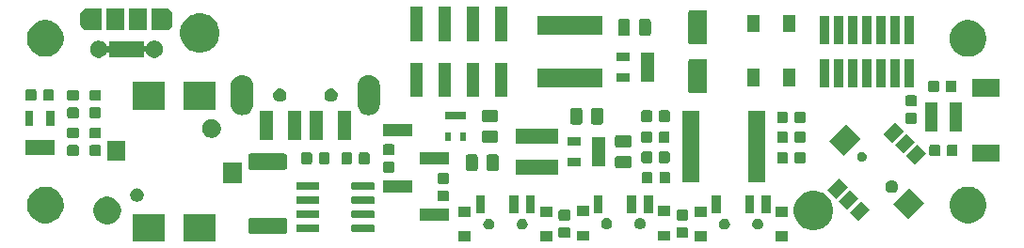
<source format=gbr>
G04 #@! TF.GenerationSoftware,KiCad,Pcbnew,(5.1.5)-3*
G04 #@! TF.CreationDate,2021-06-22T21:37:00+02:00*
G04 #@! TF.ProjectId,18650_UPS_PCB,31383635-305f-4555-9053-5f5043422e6b,rev?*
G04 #@! TF.SameCoordinates,Original*
G04 #@! TF.FileFunction,Soldermask,Top*
G04 #@! TF.FilePolarity,Negative*
%FSLAX46Y46*%
G04 Gerber Fmt 4.6, Leading zero omitted, Abs format (unit mm)*
G04 Created by KiCad (PCBNEW (5.1.5)-3) date 2021-06-22 21:37:00*
%MOMM*%
%LPD*%
G04 APERTURE LIST*
%ADD10C,0.100000*%
G04 APERTURE END LIST*
D10*
G36*
X135061000Y-95986000D02*
G01*
X132159000Y-95986000D01*
X132159000Y-93484000D01*
X135061000Y-93484000D01*
X135061000Y-95986000D01*
G37*
G36*
X139661000Y-95986000D02*
G01*
X136759000Y-95986000D01*
X136759000Y-93484000D01*
X139661000Y-93484000D01*
X139661000Y-95986000D01*
G37*
G36*
X169911000Y-95966000D02*
G01*
X168809000Y-95966000D01*
X168809000Y-95064000D01*
X169911000Y-95064000D01*
X169911000Y-95966000D01*
G37*
G36*
X191111000Y-95966000D02*
G01*
X190009000Y-95966000D01*
X190009000Y-95064000D01*
X191111000Y-95064000D01*
X191111000Y-95966000D01*
G37*
G36*
X183811000Y-95966000D02*
G01*
X182709000Y-95966000D01*
X182709000Y-95064000D01*
X183811000Y-95064000D01*
X183811000Y-95966000D01*
G37*
G36*
X162611000Y-95966000D02*
G01*
X161509000Y-95966000D01*
X161509000Y-95064000D01*
X162611000Y-95064000D01*
X162611000Y-95966000D01*
G37*
G36*
X173211000Y-95911000D02*
G01*
X172109000Y-95911000D01*
X172109000Y-95009000D01*
X173211000Y-95009000D01*
X173211000Y-95911000D01*
G37*
G36*
X180511000Y-95911000D02*
G01*
X179409000Y-95911000D01*
X179409000Y-95009000D01*
X180511000Y-95009000D01*
X180511000Y-95911000D01*
G37*
G36*
X171389591Y-94688085D02*
G01*
X171423569Y-94698393D01*
X171454890Y-94715134D01*
X171482339Y-94737661D01*
X171504866Y-94765110D01*
X171521607Y-94796431D01*
X171531915Y-94830409D01*
X171536000Y-94871890D01*
X171536000Y-95473110D01*
X171531915Y-95514591D01*
X171521607Y-95548569D01*
X171504866Y-95579890D01*
X171482339Y-95607339D01*
X171454890Y-95629866D01*
X171423569Y-95646607D01*
X171389591Y-95656915D01*
X171348110Y-95661000D01*
X170671890Y-95661000D01*
X170630409Y-95656915D01*
X170596431Y-95646607D01*
X170565110Y-95629866D01*
X170537661Y-95607339D01*
X170515134Y-95579890D01*
X170498393Y-95548569D01*
X170488085Y-95514591D01*
X170484000Y-95473110D01*
X170484000Y-94871890D01*
X170488085Y-94830409D01*
X170498393Y-94796431D01*
X170515134Y-94765110D01*
X170537661Y-94737661D01*
X170565110Y-94715134D01*
X170596431Y-94698393D01*
X170630409Y-94688085D01*
X170671890Y-94684000D01*
X171348110Y-94684000D01*
X171389591Y-94688085D01*
G37*
G36*
X181989591Y-94688085D02*
G01*
X182023569Y-94698393D01*
X182054890Y-94715134D01*
X182082339Y-94737661D01*
X182104866Y-94765110D01*
X182121607Y-94796431D01*
X182131915Y-94830409D01*
X182136000Y-94871890D01*
X182136000Y-95473110D01*
X182131915Y-95514591D01*
X182121607Y-95548569D01*
X182104866Y-95579890D01*
X182082339Y-95607339D01*
X182054890Y-95629866D01*
X182023569Y-95646607D01*
X181989591Y-95656915D01*
X181948110Y-95661000D01*
X181271890Y-95661000D01*
X181230409Y-95656915D01*
X181196431Y-95646607D01*
X181165110Y-95629866D01*
X181137661Y-95607339D01*
X181115134Y-95579890D01*
X181098393Y-95548569D01*
X181088085Y-95514591D01*
X181084000Y-95473110D01*
X181084000Y-94871890D01*
X181088085Y-94830409D01*
X181098393Y-94796431D01*
X181115134Y-94765110D01*
X181137661Y-94737661D01*
X181165110Y-94715134D01*
X181196431Y-94698393D01*
X181230409Y-94688085D01*
X181271890Y-94684000D01*
X181948110Y-94684000D01*
X181989591Y-94688085D01*
G37*
G36*
X145882798Y-93863247D02*
G01*
X145918367Y-93874037D01*
X145951139Y-93891554D01*
X145979869Y-93915131D01*
X146003446Y-93943861D01*
X146020963Y-93976633D01*
X146031753Y-94012202D01*
X146036000Y-94055325D01*
X146036000Y-95114675D01*
X146031753Y-95157798D01*
X146020963Y-95193367D01*
X146003446Y-95226139D01*
X145979869Y-95254869D01*
X145951139Y-95278446D01*
X145918367Y-95295963D01*
X145882798Y-95306753D01*
X145839675Y-95311000D01*
X142780325Y-95311000D01*
X142737202Y-95306753D01*
X142701633Y-95295963D01*
X142668861Y-95278446D01*
X142640131Y-95254869D01*
X142616554Y-95226139D01*
X142599037Y-95193367D01*
X142588247Y-95157798D01*
X142584000Y-95114675D01*
X142584000Y-94055325D01*
X142588247Y-94012202D01*
X142599037Y-93976633D01*
X142616554Y-93943861D01*
X142640131Y-93915131D01*
X142668861Y-93891554D01*
X142701633Y-93874037D01*
X142737202Y-93863247D01*
X142780325Y-93859000D01*
X145839675Y-93859000D01*
X145882798Y-93863247D01*
G37*
G36*
X153819928Y-94446764D02*
G01*
X153841009Y-94453160D01*
X153860445Y-94463548D01*
X153877476Y-94477524D01*
X153891452Y-94494555D01*
X153901840Y-94513991D01*
X153908236Y-94535072D01*
X153911000Y-94563140D01*
X153911000Y-95026860D01*
X153908236Y-95054928D01*
X153901840Y-95076009D01*
X153891452Y-95095445D01*
X153877476Y-95112476D01*
X153860445Y-95126452D01*
X153841009Y-95136840D01*
X153819928Y-95143236D01*
X153791860Y-95146000D01*
X151978140Y-95146000D01*
X151950072Y-95143236D01*
X151928991Y-95136840D01*
X151909555Y-95126452D01*
X151892524Y-95112476D01*
X151878548Y-95095445D01*
X151868160Y-95076009D01*
X151861764Y-95054928D01*
X151859000Y-95026860D01*
X151859000Y-94563140D01*
X151861764Y-94535072D01*
X151868160Y-94513991D01*
X151878548Y-94494555D01*
X151892524Y-94477524D01*
X151909555Y-94463548D01*
X151928991Y-94453160D01*
X151950072Y-94446764D01*
X151978140Y-94444000D01*
X153791860Y-94444000D01*
X153819928Y-94446764D01*
G37*
G36*
X148869928Y-94446764D02*
G01*
X148891009Y-94453160D01*
X148910445Y-94463548D01*
X148927476Y-94477524D01*
X148941452Y-94494555D01*
X148951840Y-94513991D01*
X148958236Y-94535072D01*
X148961000Y-94563140D01*
X148961000Y-95026860D01*
X148958236Y-95054928D01*
X148951840Y-95076009D01*
X148941452Y-95095445D01*
X148927476Y-95112476D01*
X148910445Y-95126452D01*
X148891009Y-95136840D01*
X148869928Y-95143236D01*
X148841860Y-95146000D01*
X147028140Y-95146000D01*
X147000072Y-95143236D01*
X146978991Y-95136840D01*
X146959555Y-95126452D01*
X146942524Y-95112476D01*
X146928548Y-95095445D01*
X146918160Y-95076009D01*
X146911764Y-95054928D01*
X146909000Y-95026860D01*
X146909000Y-94563140D01*
X146911764Y-94535072D01*
X146918160Y-94513991D01*
X146928548Y-94494555D01*
X146942524Y-94477524D01*
X146959555Y-94463548D01*
X146978991Y-94453160D01*
X147000072Y-94446764D01*
X147028140Y-94444000D01*
X148841860Y-94444000D01*
X148869928Y-94446764D01*
G37*
G36*
X193928039Y-91477250D02*
G01*
X194066928Y-91534780D01*
X194251251Y-91611129D01*
X194542134Y-91805491D01*
X194789509Y-92052866D01*
X194983871Y-92343749D01*
X194991805Y-92362904D01*
X195117750Y-92666961D01*
X195186000Y-93010078D01*
X195186000Y-93359922D01*
X195117750Y-93703039D01*
X195051640Y-93862641D01*
X194983871Y-94026251D01*
X194789509Y-94317134D01*
X194542134Y-94564509D01*
X194251251Y-94758871D01*
X194141933Y-94804152D01*
X193928039Y-94892750D01*
X193584922Y-94961000D01*
X193235078Y-94961000D01*
X192891961Y-94892750D01*
X192678067Y-94804152D01*
X192568749Y-94758871D01*
X192277866Y-94564509D01*
X192030491Y-94317134D01*
X191836129Y-94026251D01*
X191768360Y-93862641D01*
X191702250Y-93703039D01*
X191634000Y-93359922D01*
X191634000Y-93010078D01*
X191702250Y-92666961D01*
X191828195Y-92362904D01*
X191836129Y-92343749D01*
X192030491Y-92052866D01*
X192277866Y-91805491D01*
X192568749Y-91611129D01*
X192753072Y-91534780D01*
X192891961Y-91477250D01*
X193235078Y-91409000D01*
X193584922Y-91409000D01*
X193928039Y-91477250D01*
G37*
G36*
X185507740Y-93923626D02*
G01*
X185556136Y-93933253D01*
X185593902Y-93948896D01*
X185647311Y-93971019D01*
X185658510Y-93978502D01*
X185729369Y-94025848D01*
X185799152Y-94095631D01*
X185805967Y-94105831D01*
X185853981Y-94177689D01*
X185891747Y-94268865D01*
X185911000Y-94365655D01*
X185911000Y-94464345D01*
X185908378Y-94477524D01*
X185891747Y-94561136D01*
X185876763Y-94597311D01*
X185853981Y-94652311D01*
X185853980Y-94652312D01*
X185799152Y-94734369D01*
X185729369Y-94804152D01*
X185690072Y-94830409D01*
X185647311Y-94858981D01*
X185595120Y-94880599D01*
X185556136Y-94896747D01*
X185507740Y-94906373D01*
X185459345Y-94916000D01*
X185360655Y-94916000D01*
X185312260Y-94906373D01*
X185263864Y-94896747D01*
X185224880Y-94880599D01*
X185172689Y-94858981D01*
X185129928Y-94830409D01*
X185090631Y-94804152D01*
X185020848Y-94734369D01*
X184966020Y-94652312D01*
X184966019Y-94652311D01*
X184943237Y-94597311D01*
X184928253Y-94561136D01*
X184911622Y-94477524D01*
X184909000Y-94464345D01*
X184909000Y-94365655D01*
X184928253Y-94268865D01*
X184966019Y-94177689D01*
X185014033Y-94105831D01*
X185020848Y-94095631D01*
X185090631Y-94025848D01*
X185161490Y-93978502D01*
X185172689Y-93971019D01*
X185226098Y-93948896D01*
X185263864Y-93933253D01*
X185312260Y-93923627D01*
X185360655Y-93914000D01*
X185459345Y-93914000D01*
X185507740Y-93923626D01*
G37*
G36*
X164307740Y-93923626D02*
G01*
X164356136Y-93933253D01*
X164393902Y-93948896D01*
X164447311Y-93971019D01*
X164458510Y-93978502D01*
X164529369Y-94025848D01*
X164599152Y-94095631D01*
X164605967Y-94105831D01*
X164653981Y-94177689D01*
X164691747Y-94268865D01*
X164711000Y-94365655D01*
X164711000Y-94464345D01*
X164708378Y-94477524D01*
X164691747Y-94561136D01*
X164676763Y-94597311D01*
X164653981Y-94652311D01*
X164653980Y-94652312D01*
X164599152Y-94734369D01*
X164529369Y-94804152D01*
X164490072Y-94830409D01*
X164447311Y-94858981D01*
X164395120Y-94880599D01*
X164356136Y-94896747D01*
X164307740Y-94906373D01*
X164259345Y-94916000D01*
X164160655Y-94916000D01*
X164112260Y-94906373D01*
X164063864Y-94896747D01*
X164024880Y-94880599D01*
X163972689Y-94858981D01*
X163929928Y-94830409D01*
X163890631Y-94804152D01*
X163820848Y-94734369D01*
X163766020Y-94652312D01*
X163766019Y-94652311D01*
X163743237Y-94597311D01*
X163728253Y-94561136D01*
X163711622Y-94477524D01*
X163709000Y-94464345D01*
X163709000Y-94365655D01*
X163728253Y-94268865D01*
X163766019Y-94177689D01*
X163814033Y-94105831D01*
X163820848Y-94095631D01*
X163890631Y-94025848D01*
X163961490Y-93978502D01*
X163972689Y-93971019D01*
X164026098Y-93948896D01*
X164063864Y-93933253D01*
X164112260Y-93923627D01*
X164160655Y-93914000D01*
X164259345Y-93914000D01*
X164307740Y-93923626D01*
G37*
G36*
X167307740Y-93923626D02*
G01*
X167356136Y-93933253D01*
X167393902Y-93948896D01*
X167447311Y-93971019D01*
X167458510Y-93978502D01*
X167529369Y-94025848D01*
X167599152Y-94095631D01*
X167605967Y-94105831D01*
X167653981Y-94177689D01*
X167691747Y-94268865D01*
X167711000Y-94365655D01*
X167711000Y-94464345D01*
X167708378Y-94477524D01*
X167691747Y-94561136D01*
X167676763Y-94597311D01*
X167653981Y-94652311D01*
X167653980Y-94652312D01*
X167599152Y-94734369D01*
X167529369Y-94804152D01*
X167490072Y-94830409D01*
X167447311Y-94858981D01*
X167395120Y-94880599D01*
X167356136Y-94896747D01*
X167307740Y-94906373D01*
X167259345Y-94916000D01*
X167160655Y-94916000D01*
X167112260Y-94906373D01*
X167063864Y-94896747D01*
X167024880Y-94880599D01*
X166972689Y-94858981D01*
X166929928Y-94830409D01*
X166890631Y-94804152D01*
X166820848Y-94734369D01*
X166766020Y-94652312D01*
X166766019Y-94652311D01*
X166743237Y-94597311D01*
X166728253Y-94561136D01*
X166711622Y-94477524D01*
X166709000Y-94464345D01*
X166709000Y-94365655D01*
X166728253Y-94268865D01*
X166766019Y-94177689D01*
X166814033Y-94105831D01*
X166820848Y-94095631D01*
X166890631Y-94025848D01*
X166961490Y-93978502D01*
X166972689Y-93971019D01*
X167026098Y-93948896D01*
X167063864Y-93933253D01*
X167112260Y-93923627D01*
X167160655Y-93914000D01*
X167259345Y-93914000D01*
X167307740Y-93923626D01*
G37*
G36*
X188507740Y-93923626D02*
G01*
X188556136Y-93933253D01*
X188593902Y-93948896D01*
X188647311Y-93971019D01*
X188658510Y-93978502D01*
X188729369Y-94025848D01*
X188799152Y-94095631D01*
X188805967Y-94105831D01*
X188853981Y-94177689D01*
X188891747Y-94268865D01*
X188911000Y-94365655D01*
X188911000Y-94464345D01*
X188908378Y-94477524D01*
X188891747Y-94561136D01*
X188876763Y-94597311D01*
X188853981Y-94652311D01*
X188853980Y-94652312D01*
X188799152Y-94734369D01*
X188729369Y-94804152D01*
X188690072Y-94830409D01*
X188647311Y-94858981D01*
X188595120Y-94880599D01*
X188556136Y-94896747D01*
X188507740Y-94906373D01*
X188459345Y-94916000D01*
X188360655Y-94916000D01*
X188312260Y-94906373D01*
X188263864Y-94896747D01*
X188224880Y-94880599D01*
X188172689Y-94858981D01*
X188129928Y-94830409D01*
X188090631Y-94804152D01*
X188020848Y-94734369D01*
X187966020Y-94652312D01*
X187966019Y-94652311D01*
X187943237Y-94597311D01*
X187928253Y-94561136D01*
X187911622Y-94477524D01*
X187909000Y-94464345D01*
X187909000Y-94365655D01*
X187928253Y-94268865D01*
X187966019Y-94177689D01*
X188014033Y-94105831D01*
X188020848Y-94095631D01*
X188090631Y-94025848D01*
X188161490Y-93978502D01*
X188172689Y-93971019D01*
X188226098Y-93948896D01*
X188263864Y-93933253D01*
X188312260Y-93923627D01*
X188360655Y-93914000D01*
X188459345Y-93914000D01*
X188507740Y-93923626D01*
G37*
G36*
X177898759Y-93866840D02*
G01*
X177956136Y-93878253D01*
X177983049Y-93889401D01*
X178047311Y-93916019D01*
X178076047Y-93935220D01*
X178129369Y-93970848D01*
X178199152Y-94040631D01*
X178219849Y-94071607D01*
X178253981Y-94122689D01*
X178276104Y-94176098D01*
X178291747Y-94213864D01*
X178311000Y-94310656D01*
X178311000Y-94409344D01*
X178294051Y-94494555D01*
X178291747Y-94506135D01*
X178253981Y-94597311D01*
X178253980Y-94597312D01*
X178199152Y-94679369D01*
X178129369Y-94749152D01*
X178119810Y-94755539D01*
X178047311Y-94803981D01*
X177993902Y-94826104D01*
X177956136Y-94841747D01*
X177907740Y-94851374D01*
X177859345Y-94861000D01*
X177760655Y-94861000D01*
X177712260Y-94851374D01*
X177663864Y-94841747D01*
X177626098Y-94826104D01*
X177572689Y-94803981D01*
X177500190Y-94755539D01*
X177490631Y-94749152D01*
X177420848Y-94679369D01*
X177366020Y-94597312D01*
X177366019Y-94597311D01*
X177328253Y-94506135D01*
X177325950Y-94494555D01*
X177309000Y-94409344D01*
X177309000Y-94310656D01*
X177328253Y-94213864D01*
X177343896Y-94176098D01*
X177366019Y-94122689D01*
X177400151Y-94071607D01*
X177420848Y-94040631D01*
X177490631Y-93970848D01*
X177543953Y-93935220D01*
X177572689Y-93916019D01*
X177636951Y-93889401D01*
X177663864Y-93878253D01*
X177721241Y-93866840D01*
X177760655Y-93859000D01*
X177859345Y-93859000D01*
X177898759Y-93866840D01*
G37*
G36*
X174898759Y-93866840D02*
G01*
X174956136Y-93878253D01*
X174983049Y-93889401D01*
X175047311Y-93916019D01*
X175076047Y-93935220D01*
X175129369Y-93970848D01*
X175199152Y-94040631D01*
X175219849Y-94071607D01*
X175253981Y-94122689D01*
X175276104Y-94176098D01*
X175291747Y-94213864D01*
X175311000Y-94310656D01*
X175311000Y-94409344D01*
X175294051Y-94494555D01*
X175291747Y-94506135D01*
X175253981Y-94597311D01*
X175253980Y-94597312D01*
X175199152Y-94679369D01*
X175129369Y-94749152D01*
X175119810Y-94755539D01*
X175047311Y-94803981D01*
X174993902Y-94826104D01*
X174956136Y-94841747D01*
X174907740Y-94851374D01*
X174859345Y-94861000D01*
X174760655Y-94861000D01*
X174712260Y-94851374D01*
X174663864Y-94841747D01*
X174626098Y-94826104D01*
X174572689Y-94803981D01*
X174500190Y-94755539D01*
X174490631Y-94749152D01*
X174420848Y-94679369D01*
X174366020Y-94597312D01*
X174366019Y-94597311D01*
X174328253Y-94506135D01*
X174325950Y-94494555D01*
X174309000Y-94409344D01*
X174309000Y-94310656D01*
X174328253Y-94213864D01*
X174343896Y-94176098D01*
X174366019Y-94122689D01*
X174400151Y-94071607D01*
X174420848Y-94040631D01*
X174490631Y-93970848D01*
X174543953Y-93935220D01*
X174572689Y-93916019D01*
X174636951Y-93889401D01*
X174663864Y-93878253D01*
X174721241Y-93866840D01*
X174760655Y-93859000D01*
X174859345Y-93859000D01*
X174898759Y-93866840D01*
G37*
G36*
X130243444Y-91986882D02*
G01*
X130470201Y-92080808D01*
X130470202Y-92080809D01*
X130674279Y-92217168D01*
X130847832Y-92390721D01*
X130938944Y-92527081D01*
X130984192Y-92594799D01*
X131078118Y-92821556D01*
X131126000Y-93062278D01*
X131126000Y-93307722D01*
X131078118Y-93548444D01*
X130984192Y-93775201D01*
X130968956Y-93798003D01*
X130847832Y-93979279D01*
X130674279Y-94152832D01*
X130582936Y-94213865D01*
X130470201Y-94289192D01*
X130243444Y-94383118D01*
X130002722Y-94431000D01*
X129757278Y-94431000D01*
X129516556Y-94383118D01*
X129289799Y-94289192D01*
X129177064Y-94213865D01*
X129085721Y-94152832D01*
X128912168Y-93979279D01*
X128791044Y-93798003D01*
X128775808Y-93775201D01*
X128681882Y-93548444D01*
X128634000Y-93307722D01*
X128634000Y-93062278D01*
X128681882Y-92821556D01*
X128775808Y-92594799D01*
X128821056Y-92527081D01*
X128912168Y-92390721D01*
X129085721Y-92217168D01*
X129289798Y-92080809D01*
X129289799Y-92080808D01*
X129516556Y-91986882D01*
X129757278Y-91939000D01*
X130002722Y-91939000D01*
X130243444Y-91986882D01*
G37*
G36*
X124685256Y-91076298D02*
G01*
X124791579Y-91097447D01*
X124943802Y-91160500D01*
X125030753Y-91196516D01*
X125092042Y-91221903D01*
X125362451Y-91402585D01*
X125592415Y-91632549D01*
X125740384Y-91854000D01*
X125773098Y-91902960D01*
X125796851Y-91960304D01*
X125897553Y-92203421D01*
X125907305Y-92252448D01*
X125953933Y-92486860D01*
X125961000Y-92522391D01*
X125961000Y-92847609D01*
X125897553Y-93166579D01*
X125773097Y-93467042D01*
X125592415Y-93737451D01*
X125362451Y-93967415D01*
X125092042Y-94148097D01*
X124791579Y-94272553D01*
X124707934Y-94289191D01*
X124472611Y-94336000D01*
X124147389Y-94336000D01*
X123912066Y-94289191D01*
X123828421Y-94272553D01*
X123527958Y-94148097D01*
X123257549Y-93967415D01*
X123027585Y-93737451D01*
X122846903Y-93467042D01*
X122722447Y-93166579D01*
X122659000Y-92847609D01*
X122659000Y-92522391D01*
X122666068Y-92486860D01*
X122712695Y-92252448D01*
X122722447Y-92203421D01*
X122823149Y-91960304D01*
X122846902Y-91902960D01*
X122879616Y-91854000D01*
X123027585Y-91632549D01*
X123257549Y-91402585D01*
X123527958Y-91221903D01*
X123589248Y-91196516D01*
X123676198Y-91160500D01*
X123828421Y-91097447D01*
X123934744Y-91076298D01*
X124147389Y-91034000D01*
X124472611Y-91034000D01*
X124685256Y-91076298D01*
G37*
G36*
X207685256Y-91076298D02*
G01*
X207791579Y-91097447D01*
X207943802Y-91160500D01*
X208030753Y-91196516D01*
X208092042Y-91221903D01*
X208362451Y-91402585D01*
X208592415Y-91632549D01*
X208740384Y-91854000D01*
X208773098Y-91902960D01*
X208796851Y-91960304D01*
X208897553Y-92203421D01*
X208907305Y-92252448D01*
X208953933Y-92486860D01*
X208961000Y-92522391D01*
X208961000Y-92847609D01*
X208897553Y-93166579D01*
X208773097Y-93467042D01*
X208592415Y-93737451D01*
X208362451Y-93967415D01*
X208092042Y-94148097D01*
X207791579Y-94272553D01*
X207707934Y-94289191D01*
X207472611Y-94336000D01*
X207147389Y-94336000D01*
X206912066Y-94289191D01*
X206828421Y-94272553D01*
X206527958Y-94148097D01*
X206257549Y-93967415D01*
X206027585Y-93737451D01*
X205846903Y-93467042D01*
X205722447Y-93166579D01*
X205659000Y-92847609D01*
X205659000Y-92522391D01*
X205666068Y-92486860D01*
X205712695Y-92252448D01*
X205722447Y-92203421D01*
X205823149Y-91960304D01*
X205846902Y-91902960D01*
X205879616Y-91854000D01*
X206027585Y-91632549D01*
X206257549Y-91402585D01*
X206527958Y-91221903D01*
X206589248Y-91196516D01*
X206676198Y-91160500D01*
X206828421Y-91097447D01*
X206934744Y-91076298D01*
X207147389Y-91034000D01*
X207472611Y-91034000D01*
X207685256Y-91076298D01*
G37*
G36*
X198475018Y-93079112D02*
G01*
X197448299Y-94105831D01*
X196669068Y-93326600D01*
X197695787Y-92299881D01*
X198475018Y-93079112D01*
G37*
G36*
X160651000Y-94096000D02*
G01*
X158039000Y-94096000D01*
X158039000Y-92994000D01*
X160651000Y-92994000D01*
X160651000Y-94096000D01*
G37*
G36*
X171389591Y-93113085D02*
G01*
X171423569Y-93123393D01*
X171454890Y-93140134D01*
X171482339Y-93162661D01*
X171504866Y-93190110D01*
X171521607Y-93221431D01*
X171531915Y-93255409D01*
X171536000Y-93296890D01*
X171536000Y-93898110D01*
X171531915Y-93939591D01*
X171521607Y-93973569D01*
X171504866Y-94004890D01*
X171482339Y-94032339D01*
X171454890Y-94054866D01*
X171423569Y-94071607D01*
X171389591Y-94081915D01*
X171348110Y-94086000D01*
X170671890Y-94086000D01*
X170630409Y-94081915D01*
X170596431Y-94071607D01*
X170565110Y-94054866D01*
X170537661Y-94032339D01*
X170515134Y-94004890D01*
X170498393Y-93973569D01*
X170488085Y-93939591D01*
X170484000Y-93898110D01*
X170484000Y-93296890D01*
X170488085Y-93255409D01*
X170498393Y-93221431D01*
X170515134Y-93190110D01*
X170537661Y-93162661D01*
X170565110Y-93140134D01*
X170596431Y-93123393D01*
X170630409Y-93113085D01*
X170671890Y-93109000D01*
X171348110Y-93109000D01*
X171389591Y-93113085D01*
G37*
G36*
X181989591Y-93113085D02*
G01*
X182023569Y-93123393D01*
X182054890Y-93140134D01*
X182082339Y-93162661D01*
X182104866Y-93190110D01*
X182121607Y-93221431D01*
X182131915Y-93255409D01*
X182136000Y-93296890D01*
X182136000Y-93898110D01*
X182131915Y-93939591D01*
X182121607Y-93973569D01*
X182104866Y-94004890D01*
X182082339Y-94032339D01*
X182054890Y-94054866D01*
X182023569Y-94071607D01*
X181989591Y-94081915D01*
X181948110Y-94086000D01*
X181271890Y-94086000D01*
X181230409Y-94081915D01*
X181196431Y-94071607D01*
X181165110Y-94054866D01*
X181137661Y-94032339D01*
X181115134Y-94004890D01*
X181098393Y-93973569D01*
X181088085Y-93939591D01*
X181084000Y-93898110D01*
X181084000Y-93296890D01*
X181088085Y-93255409D01*
X181098393Y-93221431D01*
X181115134Y-93190110D01*
X181137661Y-93162661D01*
X181165110Y-93140134D01*
X181196431Y-93123393D01*
X181230409Y-93113085D01*
X181271890Y-93109000D01*
X181948110Y-93109000D01*
X181989591Y-93113085D01*
G37*
G36*
X203389410Y-92478071D02*
G01*
X201903071Y-93964410D01*
X200558154Y-92619493D01*
X202044493Y-91133154D01*
X203389410Y-92478071D01*
G37*
G36*
X148869928Y-93176764D02*
G01*
X148891009Y-93183160D01*
X148910445Y-93193548D01*
X148927476Y-93207524D01*
X148941452Y-93224555D01*
X148951840Y-93243991D01*
X148958236Y-93265072D01*
X148961000Y-93293140D01*
X148961000Y-93756860D01*
X148958236Y-93784928D01*
X148951840Y-93806009D01*
X148941452Y-93825445D01*
X148927476Y-93842476D01*
X148910445Y-93856452D01*
X148891009Y-93866840D01*
X148869928Y-93873236D01*
X148841860Y-93876000D01*
X147028140Y-93876000D01*
X147000072Y-93873236D01*
X146978991Y-93866840D01*
X146959555Y-93856452D01*
X146942524Y-93842476D01*
X146928548Y-93825445D01*
X146918160Y-93806009D01*
X146911764Y-93784928D01*
X146909000Y-93756860D01*
X146909000Y-93293140D01*
X146911764Y-93265072D01*
X146918160Y-93243991D01*
X146928548Y-93224555D01*
X146942524Y-93207524D01*
X146959555Y-93193548D01*
X146978991Y-93183160D01*
X147000072Y-93176764D01*
X147028140Y-93174000D01*
X148841860Y-93174000D01*
X148869928Y-93176764D01*
G37*
G36*
X153819928Y-93176764D02*
G01*
X153841009Y-93183160D01*
X153860445Y-93193548D01*
X153877476Y-93207524D01*
X153891452Y-93224555D01*
X153901840Y-93243991D01*
X153908236Y-93265072D01*
X153911000Y-93293140D01*
X153911000Y-93756860D01*
X153908236Y-93784928D01*
X153901840Y-93806009D01*
X153891452Y-93825445D01*
X153877476Y-93842476D01*
X153860445Y-93856452D01*
X153841009Y-93866840D01*
X153819928Y-93873236D01*
X153791860Y-93876000D01*
X151978140Y-93876000D01*
X151950072Y-93873236D01*
X151928991Y-93866840D01*
X151909555Y-93856452D01*
X151892524Y-93842476D01*
X151878548Y-93825445D01*
X151868160Y-93806009D01*
X151861764Y-93784928D01*
X151859000Y-93756860D01*
X151859000Y-93293140D01*
X151861764Y-93265072D01*
X151868160Y-93243991D01*
X151878548Y-93224555D01*
X151892524Y-93207524D01*
X151909555Y-93193548D01*
X151928991Y-93183160D01*
X151950072Y-93176764D01*
X151978140Y-93174000D01*
X153791860Y-93174000D01*
X153819928Y-93176764D01*
G37*
G36*
X162611000Y-93756000D02*
G01*
X161509000Y-93756000D01*
X161509000Y-92854000D01*
X162611000Y-92854000D01*
X162611000Y-93756000D01*
G37*
G36*
X191111000Y-93756000D02*
G01*
X190009000Y-93756000D01*
X190009000Y-92854000D01*
X191111000Y-92854000D01*
X191111000Y-93756000D01*
G37*
G36*
X183811000Y-93756000D02*
G01*
X182709000Y-93756000D01*
X182709000Y-92854000D01*
X183811000Y-92854000D01*
X183811000Y-93756000D01*
G37*
G36*
X169911000Y-93756000D02*
G01*
X168809000Y-93756000D01*
X168809000Y-92854000D01*
X169911000Y-92854000D01*
X169911000Y-93756000D01*
G37*
G36*
X180511000Y-93701000D02*
G01*
X179409000Y-93701000D01*
X179409000Y-92799000D01*
X180511000Y-92799000D01*
X180511000Y-93701000D01*
G37*
G36*
X173211000Y-93701000D02*
G01*
X172109000Y-93701000D01*
X172109000Y-92799000D01*
X173211000Y-92799000D01*
X173211000Y-93701000D01*
G37*
G36*
X168361000Y-93456000D02*
G01*
X167559000Y-93456000D01*
X167559000Y-91854000D01*
X168361000Y-91854000D01*
X168361000Y-93456000D01*
G37*
G36*
X163861000Y-93456000D02*
G01*
X163059000Y-93456000D01*
X163059000Y-91854000D01*
X163861000Y-91854000D01*
X163861000Y-93456000D01*
G37*
G36*
X166861000Y-93456000D02*
G01*
X166059000Y-93456000D01*
X166059000Y-91854000D01*
X166861000Y-91854000D01*
X166861000Y-93456000D01*
G37*
G36*
X185061000Y-93456000D02*
G01*
X184259000Y-93456000D01*
X184259000Y-91854000D01*
X185061000Y-91854000D01*
X185061000Y-93456000D01*
G37*
G36*
X189561000Y-93456000D02*
G01*
X188759000Y-93456000D01*
X188759000Y-91854000D01*
X189561000Y-91854000D01*
X189561000Y-93456000D01*
G37*
G36*
X188061000Y-93456000D02*
G01*
X187259000Y-93456000D01*
X187259000Y-91854000D01*
X188061000Y-91854000D01*
X188061000Y-93456000D01*
G37*
G36*
X177461000Y-93401000D02*
G01*
X176659000Y-93401000D01*
X176659000Y-91799000D01*
X177461000Y-91799000D01*
X177461000Y-93401000D01*
G37*
G36*
X178961000Y-93401000D02*
G01*
X178159000Y-93401000D01*
X178159000Y-91799000D01*
X178961000Y-91799000D01*
X178961000Y-93401000D01*
G37*
G36*
X174461000Y-93401000D02*
G01*
X173659000Y-93401000D01*
X173659000Y-91799000D01*
X174461000Y-91799000D01*
X174461000Y-93401000D01*
G37*
G36*
X197485068Y-92089163D02*
G01*
X196458349Y-93115882D01*
X195679118Y-92336651D01*
X196705837Y-91309932D01*
X197485068Y-92089163D01*
G37*
G36*
X153819928Y-91906764D02*
G01*
X153841009Y-91913160D01*
X153860445Y-91923548D01*
X153877476Y-91937524D01*
X153891452Y-91954555D01*
X153901840Y-91973991D01*
X153908236Y-91995072D01*
X153911000Y-92023140D01*
X153911000Y-92486860D01*
X153908236Y-92514928D01*
X153901840Y-92536009D01*
X153891452Y-92555445D01*
X153877476Y-92572476D01*
X153860445Y-92586452D01*
X153841009Y-92596840D01*
X153819928Y-92603236D01*
X153791860Y-92606000D01*
X151978140Y-92606000D01*
X151950072Y-92603236D01*
X151928991Y-92596840D01*
X151909555Y-92586452D01*
X151892524Y-92572476D01*
X151878548Y-92555445D01*
X151868160Y-92536009D01*
X151861764Y-92514928D01*
X151859000Y-92486860D01*
X151859000Y-92023140D01*
X151861764Y-91995072D01*
X151868160Y-91973991D01*
X151878548Y-91954555D01*
X151892524Y-91937524D01*
X151909555Y-91923548D01*
X151928991Y-91913160D01*
X151950072Y-91906764D01*
X151978140Y-91904000D01*
X153791860Y-91904000D01*
X153819928Y-91906764D01*
G37*
G36*
X148869928Y-91906764D02*
G01*
X148891009Y-91913160D01*
X148910445Y-91923548D01*
X148927476Y-91937524D01*
X148941452Y-91954555D01*
X148951840Y-91973991D01*
X148958236Y-91995072D01*
X148961000Y-92023140D01*
X148961000Y-92486860D01*
X148958236Y-92514928D01*
X148951840Y-92536009D01*
X148941452Y-92555445D01*
X148927476Y-92572476D01*
X148910445Y-92586452D01*
X148891009Y-92596840D01*
X148869928Y-92603236D01*
X148841860Y-92606000D01*
X147028140Y-92606000D01*
X147000072Y-92603236D01*
X146978991Y-92596840D01*
X146959555Y-92586452D01*
X146942524Y-92572476D01*
X146928548Y-92555445D01*
X146918160Y-92536009D01*
X146911764Y-92514928D01*
X146909000Y-92486860D01*
X146909000Y-92023140D01*
X146911764Y-91995072D01*
X146918160Y-91973991D01*
X146928548Y-91954555D01*
X146942524Y-91937524D01*
X146959555Y-91923548D01*
X146978991Y-91913160D01*
X147000072Y-91906764D01*
X147028140Y-91904000D01*
X148841860Y-91904000D01*
X148869928Y-91906764D01*
G37*
G36*
X132696601Y-91199397D02*
G01*
X132735305Y-91207096D01*
X132758877Y-91216860D01*
X132844680Y-91252400D01*
X132943115Y-91318173D01*
X133026827Y-91401885D01*
X133092600Y-91500320D01*
X133137904Y-91609696D01*
X133161000Y-91725805D01*
X133161000Y-91844195D01*
X133149311Y-91902958D01*
X133143221Y-91933577D01*
X133137904Y-91960304D01*
X133092600Y-92069680D01*
X133026827Y-92168115D01*
X132943115Y-92251827D01*
X132844680Y-92317600D01*
X132774649Y-92346607D01*
X132735305Y-92362904D01*
X132696601Y-92370603D01*
X132619195Y-92386000D01*
X132500805Y-92386000D01*
X132423399Y-92370603D01*
X132384695Y-92362904D01*
X132345351Y-92346607D01*
X132275320Y-92317600D01*
X132176885Y-92251827D01*
X132093173Y-92168115D01*
X132027400Y-92069680D01*
X131982096Y-91960304D01*
X131976780Y-91933577D01*
X131970689Y-91902958D01*
X131959000Y-91844195D01*
X131959000Y-91725805D01*
X131982096Y-91609696D01*
X132027400Y-91500320D01*
X132093173Y-91401885D01*
X132176885Y-91318173D01*
X132275320Y-91252400D01*
X132361123Y-91216860D01*
X132384695Y-91207096D01*
X132423399Y-91199397D01*
X132500805Y-91184000D01*
X132619195Y-91184000D01*
X132696601Y-91199397D01*
G37*
G36*
X160489591Y-91388085D02*
G01*
X160523569Y-91398393D01*
X160554890Y-91415134D01*
X160582339Y-91437661D01*
X160604866Y-91465110D01*
X160621607Y-91496431D01*
X160631915Y-91530409D01*
X160636000Y-91571890D01*
X160636000Y-92173110D01*
X160631915Y-92214591D01*
X160621607Y-92248569D01*
X160604866Y-92279890D01*
X160582339Y-92307339D01*
X160554890Y-92329866D01*
X160523569Y-92346607D01*
X160489591Y-92356915D01*
X160448110Y-92361000D01*
X159771890Y-92361000D01*
X159730409Y-92356915D01*
X159696431Y-92346607D01*
X159665110Y-92329866D01*
X159637661Y-92307339D01*
X159615134Y-92279890D01*
X159598393Y-92248569D01*
X159588085Y-92214591D01*
X159584000Y-92173110D01*
X159584000Y-91571890D01*
X159588085Y-91530409D01*
X159598393Y-91496431D01*
X159615134Y-91465110D01*
X159637661Y-91437661D01*
X159665110Y-91415134D01*
X159696431Y-91398393D01*
X159730409Y-91388085D01*
X159771890Y-91384000D01*
X160448110Y-91384000D01*
X160489591Y-91388085D01*
G37*
G36*
X196495119Y-91099213D02*
G01*
X195468400Y-92125932D01*
X194689169Y-91346701D01*
X195715888Y-90319982D01*
X196495119Y-91099213D01*
G37*
G36*
X200565875Y-90463570D02*
G01*
X200621516Y-90474638D01*
X200723183Y-90516750D01*
X200726343Y-90518059D01*
X200820679Y-90581092D01*
X200900914Y-90661327D01*
X200963947Y-90755663D01*
X201007368Y-90860491D01*
X201029503Y-90971771D01*
X201029503Y-91085235D01*
X201019971Y-91133154D01*
X201007368Y-91196516D01*
X200970532Y-91285445D01*
X200963947Y-91301343D01*
X200900914Y-91395679D01*
X200820679Y-91475914D01*
X200726343Y-91538947D01*
X200726342Y-91538948D01*
X200726341Y-91538948D01*
X200621516Y-91582368D01*
X200565875Y-91593435D01*
X200510235Y-91604503D01*
X200396771Y-91604503D01*
X200341131Y-91593436D01*
X200285490Y-91582368D01*
X200180665Y-91538948D01*
X200180664Y-91538948D01*
X200180663Y-91538947D01*
X200086327Y-91475914D01*
X200006092Y-91395679D01*
X199943059Y-91301343D01*
X199936474Y-91285445D01*
X199899638Y-91196516D01*
X199887035Y-91133154D01*
X199877503Y-91085235D01*
X199877503Y-90971771D01*
X199899638Y-90860491D01*
X199943059Y-90755663D01*
X200006092Y-90661327D01*
X200086327Y-90581092D01*
X200180663Y-90518059D01*
X200183823Y-90516750D01*
X200285490Y-90474638D01*
X200341131Y-90463570D01*
X200396771Y-90452503D01*
X200510235Y-90452503D01*
X200565875Y-90463570D01*
G37*
G36*
X157341000Y-91556000D02*
G01*
X154729000Y-91556000D01*
X154729000Y-90454000D01*
X157341000Y-90454000D01*
X157341000Y-91556000D01*
G37*
G36*
X153819928Y-90636764D02*
G01*
X153841009Y-90643160D01*
X153860445Y-90653548D01*
X153877476Y-90667524D01*
X153891452Y-90684555D01*
X153901840Y-90703991D01*
X153908236Y-90725072D01*
X153911000Y-90753140D01*
X153911000Y-91216860D01*
X153908236Y-91244928D01*
X153901840Y-91266009D01*
X153891452Y-91285445D01*
X153877476Y-91302476D01*
X153860445Y-91316452D01*
X153841009Y-91326840D01*
X153819928Y-91333236D01*
X153791860Y-91336000D01*
X151978140Y-91336000D01*
X151950072Y-91333236D01*
X151928991Y-91326840D01*
X151909555Y-91316452D01*
X151892524Y-91302476D01*
X151878548Y-91285445D01*
X151868160Y-91266009D01*
X151861764Y-91244928D01*
X151859000Y-91216860D01*
X151859000Y-90753140D01*
X151861764Y-90725072D01*
X151868160Y-90703991D01*
X151878548Y-90684555D01*
X151892524Y-90667524D01*
X151909555Y-90653548D01*
X151928991Y-90643160D01*
X151950072Y-90636764D01*
X151978140Y-90634000D01*
X153791860Y-90634000D01*
X153819928Y-90636764D01*
G37*
G36*
X148869928Y-90636764D02*
G01*
X148891009Y-90643160D01*
X148910445Y-90653548D01*
X148927476Y-90667524D01*
X148941452Y-90684555D01*
X148951840Y-90703991D01*
X148958236Y-90725072D01*
X148961000Y-90753140D01*
X148961000Y-91216860D01*
X148958236Y-91244928D01*
X148951840Y-91266009D01*
X148941452Y-91285445D01*
X148927476Y-91302476D01*
X148910445Y-91316452D01*
X148891009Y-91326840D01*
X148869928Y-91333236D01*
X148841860Y-91336000D01*
X147028140Y-91336000D01*
X147000072Y-91333236D01*
X146978991Y-91326840D01*
X146959555Y-91316452D01*
X146942524Y-91302476D01*
X146928548Y-91285445D01*
X146918160Y-91266009D01*
X146911764Y-91244928D01*
X146909000Y-91216860D01*
X146909000Y-90753140D01*
X146911764Y-90725072D01*
X146918160Y-90703991D01*
X146928548Y-90684555D01*
X146942524Y-90667524D01*
X146959555Y-90653548D01*
X146978991Y-90643160D01*
X147000072Y-90636764D01*
X147028140Y-90634000D01*
X148841860Y-90634000D01*
X148869928Y-90636764D01*
G37*
G36*
X160489591Y-89813085D02*
G01*
X160523569Y-89823393D01*
X160554890Y-89840134D01*
X160582339Y-89862661D01*
X160604866Y-89890110D01*
X160621607Y-89921431D01*
X160631915Y-89955409D01*
X160636000Y-89996890D01*
X160636000Y-90598110D01*
X160631915Y-90639591D01*
X160621607Y-90673569D01*
X160604866Y-90704890D01*
X160582339Y-90732339D01*
X160554890Y-90754866D01*
X160523569Y-90771607D01*
X160489591Y-90781915D01*
X160448110Y-90786000D01*
X159771890Y-90786000D01*
X159730409Y-90781915D01*
X159696431Y-90771607D01*
X159665110Y-90754866D01*
X159637661Y-90732339D01*
X159615134Y-90704890D01*
X159598393Y-90673569D01*
X159588085Y-90639591D01*
X159584000Y-90598110D01*
X159584000Y-89996890D01*
X159588085Y-89955409D01*
X159598393Y-89921431D01*
X159615134Y-89890110D01*
X159637661Y-89862661D01*
X159665110Y-89840134D01*
X159696431Y-89823393D01*
X159730409Y-89813085D01*
X159771890Y-89809000D01*
X160448110Y-89809000D01*
X160489591Y-89813085D01*
G37*
G36*
X180379591Y-89713085D02*
G01*
X180413569Y-89723393D01*
X180444890Y-89740134D01*
X180472339Y-89762661D01*
X180494866Y-89790110D01*
X180511607Y-89821431D01*
X180521915Y-89855409D01*
X180526000Y-89896890D01*
X180526000Y-90573110D01*
X180521915Y-90614591D01*
X180511607Y-90648569D01*
X180494866Y-90679890D01*
X180472339Y-90707339D01*
X180444890Y-90729866D01*
X180413569Y-90746607D01*
X180379591Y-90756915D01*
X180338110Y-90761000D01*
X179736890Y-90761000D01*
X179695409Y-90756915D01*
X179661431Y-90746607D01*
X179630110Y-90729866D01*
X179602661Y-90707339D01*
X179580134Y-90679890D01*
X179563393Y-90648569D01*
X179553085Y-90614591D01*
X179549000Y-90573110D01*
X179549000Y-89896890D01*
X179553085Y-89855409D01*
X179563393Y-89821431D01*
X179580134Y-89790110D01*
X179602661Y-89762661D01*
X179630110Y-89740134D01*
X179661431Y-89723393D01*
X179695409Y-89713085D01*
X179736890Y-89709000D01*
X180338110Y-89709000D01*
X180379591Y-89713085D01*
G37*
G36*
X178804591Y-89713085D02*
G01*
X178838569Y-89723393D01*
X178869890Y-89740134D01*
X178897339Y-89762661D01*
X178919866Y-89790110D01*
X178936607Y-89821431D01*
X178946915Y-89855409D01*
X178951000Y-89896890D01*
X178951000Y-90573110D01*
X178946915Y-90614591D01*
X178936607Y-90648569D01*
X178919866Y-90679890D01*
X178897339Y-90707339D01*
X178869890Y-90729866D01*
X178838569Y-90746607D01*
X178804591Y-90756915D01*
X178763110Y-90761000D01*
X178161890Y-90761000D01*
X178120409Y-90756915D01*
X178086431Y-90746607D01*
X178055110Y-90729866D01*
X178027661Y-90707339D01*
X178005134Y-90679890D01*
X177988393Y-90648569D01*
X177978085Y-90614591D01*
X177974000Y-90573110D01*
X177974000Y-89896890D01*
X177978085Y-89855409D01*
X177988393Y-89821431D01*
X178005134Y-89790110D01*
X178027661Y-89762661D01*
X178055110Y-89740134D01*
X178086431Y-89723393D01*
X178120409Y-89713085D01*
X178161890Y-89709000D01*
X178763110Y-89709000D01*
X178804591Y-89713085D01*
G37*
G36*
X141961000Y-90686000D02*
G01*
X140284000Y-90686000D01*
X140284000Y-88884000D01*
X141961000Y-88884000D01*
X141961000Y-90686000D01*
G37*
G36*
X183186000Y-90636000D02*
G01*
X181634000Y-90636000D01*
X181634000Y-84234000D01*
X183186000Y-84234000D01*
X183186000Y-90636000D01*
G37*
G36*
X189086000Y-90636000D02*
G01*
X187534000Y-90636000D01*
X187534000Y-84234000D01*
X189086000Y-84234000D01*
X189086000Y-90636000D01*
G37*
G36*
X170411000Y-89936000D02*
G01*
X166609000Y-89936000D01*
X166609000Y-88634000D01*
X170411000Y-88634000D01*
X170411000Y-89936000D01*
G37*
G36*
X155589591Y-88788085D02*
G01*
X155623569Y-88798393D01*
X155654890Y-88815134D01*
X155682339Y-88837661D01*
X155704866Y-88865110D01*
X155721607Y-88896431D01*
X155731915Y-88930409D01*
X155736000Y-88971890D01*
X155736000Y-89573110D01*
X155731915Y-89614591D01*
X155721607Y-89648569D01*
X155704866Y-89679890D01*
X155682339Y-89707339D01*
X155654890Y-89729866D01*
X155623569Y-89746607D01*
X155589591Y-89756915D01*
X155548110Y-89761000D01*
X154871890Y-89761000D01*
X154830409Y-89756915D01*
X154796431Y-89746607D01*
X154765110Y-89729866D01*
X154737661Y-89707339D01*
X154715134Y-89679890D01*
X154698393Y-89648569D01*
X154688085Y-89614591D01*
X154684000Y-89573110D01*
X154684000Y-88971890D01*
X154688085Y-88930409D01*
X154698393Y-88896431D01*
X154715134Y-88865110D01*
X154737661Y-88837661D01*
X154765110Y-88815134D01*
X154796431Y-88798393D01*
X154830409Y-88788085D01*
X154871890Y-88784000D01*
X155548110Y-88784000D01*
X155589591Y-88788085D01*
G37*
G36*
X164919468Y-88138565D02*
G01*
X164958138Y-88150296D01*
X164993777Y-88169346D01*
X165025017Y-88194983D01*
X165050654Y-88226223D01*
X165069704Y-88261862D01*
X165081435Y-88300532D01*
X165086000Y-88346888D01*
X165086000Y-89423112D01*
X165081435Y-89469468D01*
X165069704Y-89508138D01*
X165050654Y-89543777D01*
X165025017Y-89575017D01*
X164993777Y-89600654D01*
X164958138Y-89619704D01*
X164919468Y-89631435D01*
X164873112Y-89636000D01*
X164221888Y-89636000D01*
X164175532Y-89631435D01*
X164136862Y-89619704D01*
X164101223Y-89600654D01*
X164069983Y-89575017D01*
X164044346Y-89543777D01*
X164025296Y-89508138D01*
X164013565Y-89469468D01*
X164009000Y-89423112D01*
X164009000Y-88346888D01*
X164013565Y-88300532D01*
X164025296Y-88261862D01*
X164044346Y-88226223D01*
X164069983Y-88194983D01*
X164101223Y-88169346D01*
X164136862Y-88150296D01*
X164175532Y-88138565D01*
X164221888Y-88134000D01*
X164873112Y-88134000D01*
X164919468Y-88138565D01*
G37*
G36*
X163044468Y-88138565D02*
G01*
X163083138Y-88150296D01*
X163118777Y-88169346D01*
X163150017Y-88194983D01*
X163175654Y-88226223D01*
X163194704Y-88261862D01*
X163206435Y-88300532D01*
X163211000Y-88346888D01*
X163211000Y-89423112D01*
X163206435Y-89469468D01*
X163194704Y-89508138D01*
X163175654Y-89543777D01*
X163150017Y-89575017D01*
X163118777Y-89600654D01*
X163083138Y-89619704D01*
X163044468Y-89631435D01*
X162998112Y-89636000D01*
X162346888Y-89636000D01*
X162300532Y-89631435D01*
X162261862Y-89619704D01*
X162226223Y-89600654D01*
X162194983Y-89575017D01*
X162169346Y-89543777D01*
X162150296Y-89508138D01*
X162138565Y-89469468D01*
X162134000Y-89423112D01*
X162134000Y-88346888D01*
X162138565Y-88300532D01*
X162150296Y-88261862D01*
X162169346Y-88226223D01*
X162194983Y-88194983D01*
X162226223Y-88169346D01*
X162261862Y-88150296D01*
X162300532Y-88138565D01*
X162346888Y-88134000D01*
X162998112Y-88134000D01*
X163044468Y-88138565D01*
G37*
G36*
X145882798Y-88063247D02*
G01*
X145918367Y-88074037D01*
X145951139Y-88091554D01*
X145979869Y-88115131D01*
X146003446Y-88143861D01*
X146020963Y-88176633D01*
X146031753Y-88212202D01*
X146036000Y-88255325D01*
X146036000Y-89314675D01*
X146031753Y-89357798D01*
X146020963Y-89393367D01*
X146003446Y-89426139D01*
X145979869Y-89454869D01*
X145951139Y-89478446D01*
X145918367Y-89495963D01*
X145882798Y-89506753D01*
X145839675Y-89511000D01*
X142780325Y-89511000D01*
X142737202Y-89506753D01*
X142701633Y-89495963D01*
X142668861Y-89478446D01*
X142640131Y-89454869D01*
X142616554Y-89426139D01*
X142599037Y-89393367D01*
X142588247Y-89357798D01*
X142584000Y-89314675D01*
X142584000Y-88255325D01*
X142588247Y-88212202D01*
X142599037Y-88176633D01*
X142616554Y-88143861D01*
X142640131Y-88115131D01*
X142668861Y-88091554D01*
X142701633Y-88074037D01*
X142737202Y-88063247D01*
X142780325Y-88059000D01*
X145839675Y-88059000D01*
X145882798Y-88063247D01*
G37*
G36*
X176894468Y-88288565D02*
G01*
X176933138Y-88300296D01*
X176968777Y-88319346D01*
X177000017Y-88344983D01*
X177025654Y-88376223D01*
X177044704Y-88411862D01*
X177056435Y-88450532D01*
X177061000Y-88496888D01*
X177061000Y-89148112D01*
X177056435Y-89194468D01*
X177044704Y-89233138D01*
X177025654Y-89268777D01*
X177000017Y-89300017D01*
X176968777Y-89325654D01*
X176933138Y-89344704D01*
X176894468Y-89356435D01*
X176848112Y-89361000D01*
X175771888Y-89361000D01*
X175725532Y-89356435D01*
X175686862Y-89344704D01*
X175651223Y-89325654D01*
X175619983Y-89300017D01*
X175594346Y-89268777D01*
X175575296Y-89233138D01*
X175563565Y-89194468D01*
X175559000Y-89148112D01*
X175559000Y-88496888D01*
X175563565Y-88450532D01*
X175575296Y-88411862D01*
X175594346Y-88376223D01*
X175619983Y-88344983D01*
X175651223Y-88319346D01*
X175686862Y-88300296D01*
X175725532Y-88288565D01*
X175771888Y-88284000D01*
X176848112Y-88284000D01*
X176894468Y-88288565D01*
G37*
G36*
X172491000Y-89211000D02*
G01*
X171329000Y-89211000D01*
X171329000Y-88459000D01*
X172491000Y-88459000D01*
X172491000Y-89211000D01*
G37*
G36*
X174691000Y-89211000D02*
G01*
X173529000Y-89211000D01*
X173529000Y-86559000D01*
X174691000Y-86559000D01*
X174691000Y-89211000D01*
G37*
G36*
X203530831Y-88023299D02*
G01*
X202504112Y-89050018D01*
X201724881Y-88270787D01*
X202751600Y-87244068D01*
X203530831Y-88023299D01*
G37*
G36*
X160651000Y-89016000D02*
G01*
X158039000Y-89016000D01*
X158039000Y-87914000D01*
X160651000Y-87914000D01*
X160651000Y-89016000D01*
G37*
G36*
X149739591Y-87963085D02*
G01*
X149773569Y-87973393D01*
X149804890Y-87990134D01*
X149832339Y-88012661D01*
X149854866Y-88040110D01*
X149871607Y-88071431D01*
X149881915Y-88105409D01*
X149886000Y-88146890D01*
X149886000Y-88823110D01*
X149881915Y-88864591D01*
X149871607Y-88898569D01*
X149854866Y-88929890D01*
X149832339Y-88957339D01*
X149804890Y-88979866D01*
X149773569Y-88996607D01*
X149739591Y-89006915D01*
X149698110Y-89011000D01*
X149096890Y-89011000D01*
X149055409Y-89006915D01*
X149021431Y-88996607D01*
X148990110Y-88979866D01*
X148962661Y-88957339D01*
X148940134Y-88929890D01*
X148923393Y-88898569D01*
X148913085Y-88864591D01*
X148909000Y-88823110D01*
X148909000Y-88146890D01*
X148913085Y-88105409D01*
X148923393Y-88071431D01*
X148940134Y-88040110D01*
X148962661Y-88012661D01*
X148990110Y-87990134D01*
X149021431Y-87973393D01*
X149055409Y-87963085D01*
X149096890Y-87959000D01*
X149698110Y-87959000D01*
X149739591Y-87963085D01*
G37*
G36*
X148164591Y-87963085D02*
G01*
X148198569Y-87973393D01*
X148229890Y-87990134D01*
X148257339Y-88012661D01*
X148279866Y-88040110D01*
X148296607Y-88071431D01*
X148306915Y-88105409D01*
X148311000Y-88146890D01*
X148311000Y-88823110D01*
X148306915Y-88864591D01*
X148296607Y-88898569D01*
X148279866Y-88929890D01*
X148257339Y-88957339D01*
X148229890Y-88979866D01*
X148198569Y-88996607D01*
X148164591Y-89006915D01*
X148123110Y-89011000D01*
X147521890Y-89011000D01*
X147480409Y-89006915D01*
X147446431Y-88996607D01*
X147415110Y-88979866D01*
X147387661Y-88957339D01*
X147365134Y-88929890D01*
X147348393Y-88898569D01*
X147338085Y-88864591D01*
X147334000Y-88823110D01*
X147334000Y-88146890D01*
X147338085Y-88105409D01*
X147348393Y-88071431D01*
X147365134Y-88040110D01*
X147387661Y-88012661D01*
X147415110Y-87990134D01*
X147446431Y-87973393D01*
X147480409Y-87963085D01*
X147521890Y-87959000D01*
X148123110Y-87959000D01*
X148164591Y-87963085D01*
G37*
G36*
X151764591Y-87963085D02*
G01*
X151798569Y-87973393D01*
X151829890Y-87990134D01*
X151857339Y-88012661D01*
X151879866Y-88040110D01*
X151896607Y-88071431D01*
X151906915Y-88105409D01*
X151911000Y-88146890D01*
X151911000Y-88823110D01*
X151906915Y-88864591D01*
X151896607Y-88898569D01*
X151879866Y-88929890D01*
X151857339Y-88957339D01*
X151829890Y-88979866D01*
X151798569Y-88996607D01*
X151764591Y-89006915D01*
X151723110Y-89011000D01*
X151121890Y-89011000D01*
X151080409Y-89006915D01*
X151046431Y-88996607D01*
X151015110Y-88979866D01*
X150987661Y-88957339D01*
X150965134Y-88929890D01*
X150948393Y-88898569D01*
X150938085Y-88864591D01*
X150934000Y-88823110D01*
X150934000Y-88146890D01*
X150938085Y-88105409D01*
X150948393Y-88071431D01*
X150965134Y-88040110D01*
X150987661Y-88012661D01*
X151015110Y-87990134D01*
X151046431Y-87973393D01*
X151080409Y-87963085D01*
X151121890Y-87959000D01*
X151723110Y-87959000D01*
X151764591Y-87963085D01*
G37*
G36*
X153339591Y-87963085D02*
G01*
X153373569Y-87973393D01*
X153404890Y-87990134D01*
X153432339Y-88012661D01*
X153454866Y-88040110D01*
X153471607Y-88071431D01*
X153481915Y-88105409D01*
X153486000Y-88146890D01*
X153486000Y-88823110D01*
X153481915Y-88864591D01*
X153471607Y-88898569D01*
X153454866Y-88929890D01*
X153432339Y-88957339D01*
X153404890Y-88979866D01*
X153373569Y-88996607D01*
X153339591Y-89006915D01*
X153298110Y-89011000D01*
X152696890Y-89011000D01*
X152655409Y-89006915D01*
X152621431Y-88996607D01*
X152590110Y-88979866D01*
X152562661Y-88957339D01*
X152540134Y-88929890D01*
X152523393Y-88898569D01*
X152513085Y-88864591D01*
X152509000Y-88823110D01*
X152509000Y-88146890D01*
X152513085Y-88105409D01*
X152523393Y-88071431D01*
X152540134Y-88040110D01*
X152562661Y-88012661D01*
X152590110Y-87990134D01*
X152621431Y-87973393D01*
X152655409Y-87963085D01*
X152696890Y-87959000D01*
X153298110Y-87959000D01*
X153339591Y-87963085D01*
G37*
G36*
X190964591Y-87913085D02*
G01*
X190998569Y-87923393D01*
X191029890Y-87940134D01*
X191057339Y-87962661D01*
X191079866Y-87990110D01*
X191096607Y-88021431D01*
X191106915Y-88055409D01*
X191111000Y-88096890D01*
X191111000Y-88773110D01*
X191106915Y-88814591D01*
X191096607Y-88848569D01*
X191079866Y-88879890D01*
X191057339Y-88907339D01*
X191029890Y-88929866D01*
X190998569Y-88946607D01*
X190964591Y-88956915D01*
X190923110Y-88961000D01*
X190321890Y-88961000D01*
X190280409Y-88956915D01*
X190246431Y-88946607D01*
X190215110Y-88929866D01*
X190187661Y-88907339D01*
X190165134Y-88879890D01*
X190148393Y-88848569D01*
X190138085Y-88814591D01*
X190134000Y-88773110D01*
X190134000Y-88096890D01*
X190138085Y-88055409D01*
X190148393Y-88021431D01*
X190165134Y-87990110D01*
X190187661Y-87962661D01*
X190215110Y-87940134D01*
X190246431Y-87923393D01*
X190280409Y-87913085D01*
X190321890Y-87909000D01*
X190923110Y-87909000D01*
X190964591Y-87913085D01*
G37*
G36*
X192539591Y-87913085D02*
G01*
X192573569Y-87923393D01*
X192604890Y-87940134D01*
X192632339Y-87962661D01*
X192654866Y-87990110D01*
X192671607Y-88021431D01*
X192681915Y-88055409D01*
X192686000Y-88096890D01*
X192686000Y-88773110D01*
X192681915Y-88814591D01*
X192671607Y-88848569D01*
X192654866Y-88879890D01*
X192632339Y-88907339D01*
X192604890Y-88929866D01*
X192573569Y-88946607D01*
X192539591Y-88956915D01*
X192498110Y-88961000D01*
X191896890Y-88961000D01*
X191855409Y-88956915D01*
X191821431Y-88946607D01*
X191790110Y-88929866D01*
X191762661Y-88907339D01*
X191740134Y-88879890D01*
X191723393Y-88848569D01*
X191713085Y-88814591D01*
X191709000Y-88773110D01*
X191709000Y-88096890D01*
X191713085Y-88055409D01*
X191723393Y-88021431D01*
X191740134Y-87990110D01*
X191762661Y-87962661D01*
X191790110Y-87940134D01*
X191821431Y-87923393D01*
X191855409Y-87913085D01*
X191896890Y-87909000D01*
X192498110Y-87909000D01*
X192539591Y-87913085D01*
G37*
G36*
X180339591Y-87863085D02*
G01*
X180373569Y-87873393D01*
X180404890Y-87890134D01*
X180432339Y-87912661D01*
X180454866Y-87940110D01*
X180471607Y-87971431D01*
X180481915Y-88005409D01*
X180486000Y-88046890D01*
X180486000Y-88723110D01*
X180481915Y-88764591D01*
X180471607Y-88798569D01*
X180454866Y-88829890D01*
X180432339Y-88857339D01*
X180404890Y-88879866D01*
X180373569Y-88896607D01*
X180339591Y-88906915D01*
X180298110Y-88911000D01*
X179696890Y-88911000D01*
X179655409Y-88906915D01*
X179621431Y-88896607D01*
X179590110Y-88879866D01*
X179562661Y-88857339D01*
X179540134Y-88829890D01*
X179523393Y-88798569D01*
X179513085Y-88764591D01*
X179509000Y-88723110D01*
X179509000Y-88046890D01*
X179513085Y-88005409D01*
X179523393Y-87971431D01*
X179540134Y-87940110D01*
X179562661Y-87912661D01*
X179590110Y-87890134D01*
X179621431Y-87873393D01*
X179655409Y-87863085D01*
X179696890Y-87859000D01*
X180298110Y-87859000D01*
X180339591Y-87863085D01*
G37*
G36*
X178764591Y-87863085D02*
G01*
X178798569Y-87873393D01*
X178829890Y-87890134D01*
X178857339Y-87912661D01*
X178879866Y-87940110D01*
X178896607Y-87971431D01*
X178906915Y-88005409D01*
X178911000Y-88046890D01*
X178911000Y-88723110D01*
X178906915Y-88764591D01*
X178896607Y-88798569D01*
X178879866Y-88829890D01*
X178857339Y-88857339D01*
X178829890Y-88879866D01*
X178798569Y-88896607D01*
X178764591Y-88906915D01*
X178723110Y-88911000D01*
X178121890Y-88911000D01*
X178080409Y-88906915D01*
X178046431Y-88896607D01*
X178015110Y-88879866D01*
X177987661Y-88857339D01*
X177965134Y-88829890D01*
X177948393Y-88798569D01*
X177938085Y-88764591D01*
X177934000Y-88723110D01*
X177934000Y-88046890D01*
X177938085Y-88005409D01*
X177948393Y-87971431D01*
X177965134Y-87940110D01*
X177987661Y-87912661D01*
X178015110Y-87890134D01*
X178046431Y-87873393D01*
X178080409Y-87863085D01*
X178121890Y-87859000D01*
X178723110Y-87859000D01*
X178764591Y-87863085D01*
G37*
G36*
X210161000Y-88811000D02*
G01*
X207659000Y-88811000D01*
X207659000Y-87259000D01*
X210161000Y-87259000D01*
X210161000Y-88811000D01*
G37*
G36*
X197890757Y-87931868D02*
G01*
X197914614Y-87941750D01*
X197968281Y-87963979D01*
X197968284Y-87963981D01*
X198038056Y-88010601D01*
X198097393Y-88069938D01*
X198120747Y-88104890D01*
X198144015Y-88139713D01*
X198150761Y-88156000D01*
X198176126Y-88217237D01*
X198192497Y-88299540D01*
X198192497Y-88383454D01*
X198176126Y-88465757D01*
X198163231Y-88496888D01*
X198144015Y-88543281D01*
X198144013Y-88543284D01*
X198097393Y-88613056D01*
X198038056Y-88672393D01*
X197975186Y-88714401D01*
X197968281Y-88719015D01*
X197924568Y-88737121D01*
X197890757Y-88751126D01*
X197808454Y-88767497D01*
X197724540Y-88767497D01*
X197642237Y-88751126D01*
X197608426Y-88737121D01*
X197564713Y-88719015D01*
X197557808Y-88714401D01*
X197494938Y-88672393D01*
X197435601Y-88613056D01*
X197388981Y-88543284D01*
X197388979Y-88543281D01*
X197369763Y-88496888D01*
X197356868Y-88465757D01*
X197340497Y-88383454D01*
X197340497Y-88299540D01*
X197356868Y-88217237D01*
X197382233Y-88156000D01*
X197388979Y-88139713D01*
X197412247Y-88104890D01*
X197435601Y-88069938D01*
X197494938Y-88010601D01*
X197564710Y-87963981D01*
X197564713Y-87963979D01*
X197618380Y-87941750D01*
X197642237Y-87931868D01*
X197724540Y-87915497D01*
X197808454Y-87915497D01*
X197890757Y-87931868D01*
G37*
G36*
X131536000Y-88686000D02*
G01*
X129859000Y-88686000D01*
X129859000Y-86884000D01*
X131536000Y-86884000D01*
X131536000Y-88686000D01*
G37*
G36*
X204664591Y-87263085D02*
G01*
X204698569Y-87273393D01*
X204729890Y-87290134D01*
X204757339Y-87312661D01*
X204779866Y-87340110D01*
X204796607Y-87371431D01*
X204806915Y-87405409D01*
X204811000Y-87446890D01*
X204811000Y-88123110D01*
X204806915Y-88164591D01*
X204796607Y-88198569D01*
X204779866Y-88229890D01*
X204757339Y-88257339D01*
X204729890Y-88279866D01*
X204698569Y-88296607D01*
X204664591Y-88306915D01*
X204623110Y-88311000D01*
X204021890Y-88311000D01*
X203980409Y-88306915D01*
X203946431Y-88296607D01*
X203915110Y-88279866D01*
X203887661Y-88257339D01*
X203865134Y-88229890D01*
X203848393Y-88198569D01*
X203838085Y-88164591D01*
X203834000Y-88123110D01*
X203834000Y-87446890D01*
X203838085Y-87405409D01*
X203848393Y-87371431D01*
X203865134Y-87340110D01*
X203887661Y-87312661D01*
X203915110Y-87290134D01*
X203946431Y-87273393D01*
X203980409Y-87263085D01*
X204021890Y-87259000D01*
X204623110Y-87259000D01*
X204664591Y-87263085D01*
G37*
G36*
X206239591Y-87263085D02*
G01*
X206273569Y-87273393D01*
X206304890Y-87290134D01*
X206332339Y-87312661D01*
X206354866Y-87340110D01*
X206371607Y-87371431D01*
X206381915Y-87405409D01*
X206386000Y-87446890D01*
X206386000Y-88123110D01*
X206381915Y-88164591D01*
X206371607Y-88198569D01*
X206354866Y-88229890D01*
X206332339Y-88257339D01*
X206304890Y-88279866D01*
X206273569Y-88296607D01*
X206239591Y-88306915D01*
X206198110Y-88311000D01*
X205596890Y-88311000D01*
X205555409Y-88306915D01*
X205521431Y-88296607D01*
X205490110Y-88279866D01*
X205462661Y-88257339D01*
X205440134Y-88229890D01*
X205423393Y-88198569D01*
X205413085Y-88164591D01*
X205409000Y-88123110D01*
X205409000Y-87446890D01*
X205413085Y-87405409D01*
X205423393Y-87371431D01*
X205440134Y-87340110D01*
X205462661Y-87312661D01*
X205490110Y-87290134D01*
X205521431Y-87273393D01*
X205555409Y-87263085D01*
X205596890Y-87259000D01*
X206198110Y-87259000D01*
X206239591Y-87263085D01*
G37*
G36*
X129189591Y-87288085D02*
G01*
X129223569Y-87298393D01*
X129254890Y-87315134D01*
X129282339Y-87337661D01*
X129304866Y-87365110D01*
X129321607Y-87396431D01*
X129331915Y-87430409D01*
X129336000Y-87471890D01*
X129336000Y-88073110D01*
X129331915Y-88114591D01*
X129321607Y-88148569D01*
X129304866Y-88179890D01*
X129282339Y-88207339D01*
X129254890Y-88229866D01*
X129223569Y-88246607D01*
X129189591Y-88256915D01*
X129148110Y-88261000D01*
X128471890Y-88261000D01*
X128430409Y-88256915D01*
X128396431Y-88246607D01*
X128365110Y-88229866D01*
X128337661Y-88207339D01*
X128315134Y-88179890D01*
X128298393Y-88148569D01*
X128288085Y-88114591D01*
X128284000Y-88073110D01*
X128284000Y-87471890D01*
X128288085Y-87430409D01*
X128298393Y-87396431D01*
X128315134Y-87365110D01*
X128337661Y-87337661D01*
X128365110Y-87315134D01*
X128396431Y-87298393D01*
X128430409Y-87288085D01*
X128471890Y-87284000D01*
X129148110Y-87284000D01*
X129189591Y-87288085D01*
G37*
G36*
X127189591Y-87288085D02*
G01*
X127223569Y-87298393D01*
X127254890Y-87315134D01*
X127282339Y-87337661D01*
X127304866Y-87365110D01*
X127321607Y-87396431D01*
X127331915Y-87430409D01*
X127336000Y-87471890D01*
X127336000Y-88073110D01*
X127331915Y-88114591D01*
X127321607Y-88148569D01*
X127304866Y-88179890D01*
X127282339Y-88207339D01*
X127254890Y-88229866D01*
X127223569Y-88246607D01*
X127189591Y-88256915D01*
X127148110Y-88261000D01*
X126471890Y-88261000D01*
X126430409Y-88256915D01*
X126396431Y-88246607D01*
X126365110Y-88229866D01*
X126337661Y-88207339D01*
X126315134Y-88179890D01*
X126298393Y-88148569D01*
X126288085Y-88114591D01*
X126284000Y-88073110D01*
X126284000Y-87471890D01*
X126288085Y-87430409D01*
X126298393Y-87396431D01*
X126315134Y-87365110D01*
X126337661Y-87337661D01*
X126365110Y-87315134D01*
X126396431Y-87298393D01*
X126430409Y-87288085D01*
X126471890Y-87284000D01*
X127148110Y-87284000D01*
X127189591Y-87288085D01*
G37*
G36*
X197661846Y-86750507D02*
G01*
X196175507Y-88236846D01*
X194830590Y-86891929D01*
X196316929Y-85405590D01*
X197661846Y-86750507D01*
G37*
G36*
X155589591Y-87213085D02*
G01*
X155623569Y-87223393D01*
X155654890Y-87240134D01*
X155682339Y-87262661D01*
X155704866Y-87290110D01*
X155721607Y-87321431D01*
X155731915Y-87355409D01*
X155736000Y-87396890D01*
X155736000Y-87998110D01*
X155731915Y-88039591D01*
X155721607Y-88073569D01*
X155704866Y-88104890D01*
X155682339Y-88132339D01*
X155654890Y-88154866D01*
X155623569Y-88171607D01*
X155589591Y-88181915D01*
X155548110Y-88186000D01*
X154871890Y-88186000D01*
X154830409Y-88181915D01*
X154796431Y-88171607D01*
X154765110Y-88154866D01*
X154737661Y-88132339D01*
X154715134Y-88104890D01*
X154698393Y-88073569D01*
X154688085Y-88039591D01*
X154684000Y-87998110D01*
X154684000Y-87396890D01*
X154688085Y-87355409D01*
X154698393Y-87321431D01*
X154715134Y-87290110D01*
X154737661Y-87262661D01*
X154765110Y-87240134D01*
X154796431Y-87223393D01*
X154830409Y-87213085D01*
X154871890Y-87209000D01*
X155548110Y-87209000D01*
X155589591Y-87213085D01*
G37*
G36*
X125136000Y-88156000D02*
G01*
X122484000Y-88156000D01*
X122484000Y-86834000D01*
X125136000Y-86834000D01*
X125136000Y-88156000D01*
G37*
G36*
X202540882Y-87033349D02*
G01*
X201514163Y-88060068D01*
X200734932Y-87280837D01*
X201761651Y-86254118D01*
X202540882Y-87033349D01*
G37*
G36*
X176894468Y-86413565D02*
G01*
X176933138Y-86425296D01*
X176968777Y-86444346D01*
X177000017Y-86469983D01*
X177025654Y-86501223D01*
X177044704Y-86536862D01*
X177056435Y-86575532D01*
X177061000Y-86621888D01*
X177061000Y-87273112D01*
X177056435Y-87319468D01*
X177044704Y-87358138D01*
X177025654Y-87393777D01*
X177000017Y-87425017D01*
X176968777Y-87450654D01*
X176933138Y-87469704D01*
X176894468Y-87481435D01*
X176848112Y-87486000D01*
X175771888Y-87486000D01*
X175725532Y-87481435D01*
X175686862Y-87469704D01*
X175651223Y-87450654D01*
X175619983Y-87425017D01*
X175594346Y-87393777D01*
X175575296Y-87358138D01*
X175563565Y-87319468D01*
X175559000Y-87273112D01*
X175559000Y-86621888D01*
X175563565Y-86575532D01*
X175575296Y-86536862D01*
X175594346Y-86501223D01*
X175619983Y-86469983D01*
X175651223Y-86444346D01*
X175686862Y-86425296D01*
X175725532Y-86413565D01*
X175771888Y-86409000D01*
X176848112Y-86409000D01*
X176894468Y-86413565D01*
G37*
G36*
X172491000Y-87311000D02*
G01*
X171329000Y-87311000D01*
X171329000Y-86559000D01*
X172491000Y-86559000D01*
X172491000Y-87311000D01*
G37*
G36*
X170411000Y-87136000D02*
G01*
X166609000Y-87136000D01*
X166609000Y-85834000D01*
X170411000Y-85834000D01*
X170411000Y-87136000D01*
G37*
G36*
X180329591Y-86063085D02*
G01*
X180363569Y-86073393D01*
X180394890Y-86090134D01*
X180422339Y-86112661D01*
X180444866Y-86140110D01*
X180461607Y-86171431D01*
X180471915Y-86205409D01*
X180476000Y-86246890D01*
X180476000Y-86923110D01*
X180471915Y-86964591D01*
X180461607Y-86998569D01*
X180444866Y-87029890D01*
X180422339Y-87057339D01*
X180394890Y-87079866D01*
X180363569Y-87096607D01*
X180329591Y-87106915D01*
X180288110Y-87111000D01*
X179686890Y-87111000D01*
X179645409Y-87106915D01*
X179611431Y-87096607D01*
X179580110Y-87079866D01*
X179552661Y-87057339D01*
X179530134Y-87029890D01*
X179513393Y-86998569D01*
X179503085Y-86964591D01*
X179499000Y-86923110D01*
X179499000Y-86246890D01*
X179503085Y-86205409D01*
X179513393Y-86171431D01*
X179530134Y-86140110D01*
X179552661Y-86112661D01*
X179580110Y-86090134D01*
X179611431Y-86073393D01*
X179645409Y-86063085D01*
X179686890Y-86059000D01*
X180288110Y-86059000D01*
X180329591Y-86063085D01*
G37*
G36*
X192539591Y-86063085D02*
G01*
X192573569Y-86073393D01*
X192604890Y-86090134D01*
X192632339Y-86112661D01*
X192654866Y-86140110D01*
X192671607Y-86171431D01*
X192681915Y-86205409D01*
X192686000Y-86246890D01*
X192686000Y-86923110D01*
X192681915Y-86964591D01*
X192671607Y-86998569D01*
X192654866Y-87029890D01*
X192632339Y-87057339D01*
X192604890Y-87079866D01*
X192573569Y-87096607D01*
X192539591Y-87106915D01*
X192498110Y-87111000D01*
X191896890Y-87111000D01*
X191855409Y-87106915D01*
X191821431Y-87096607D01*
X191790110Y-87079866D01*
X191762661Y-87057339D01*
X191740134Y-87029890D01*
X191723393Y-86998569D01*
X191713085Y-86964591D01*
X191709000Y-86923110D01*
X191709000Y-86246890D01*
X191713085Y-86205409D01*
X191723393Y-86171431D01*
X191740134Y-86140110D01*
X191762661Y-86112661D01*
X191790110Y-86090134D01*
X191821431Y-86073393D01*
X191855409Y-86063085D01*
X191896890Y-86059000D01*
X192498110Y-86059000D01*
X192539591Y-86063085D01*
G37*
G36*
X190964591Y-86063085D02*
G01*
X190998569Y-86073393D01*
X191029890Y-86090134D01*
X191057339Y-86112661D01*
X191079866Y-86140110D01*
X191096607Y-86171431D01*
X191106915Y-86205409D01*
X191111000Y-86246890D01*
X191111000Y-86923110D01*
X191106915Y-86964591D01*
X191096607Y-86998569D01*
X191079866Y-87029890D01*
X191057339Y-87057339D01*
X191029890Y-87079866D01*
X190998569Y-87096607D01*
X190964591Y-87106915D01*
X190923110Y-87111000D01*
X190321890Y-87111000D01*
X190280409Y-87106915D01*
X190246431Y-87096607D01*
X190215110Y-87079866D01*
X190187661Y-87057339D01*
X190165134Y-87029890D01*
X190148393Y-86998569D01*
X190138085Y-86964591D01*
X190134000Y-86923110D01*
X190134000Y-86246890D01*
X190138085Y-86205409D01*
X190148393Y-86171431D01*
X190165134Y-86140110D01*
X190187661Y-86112661D01*
X190215110Y-86090134D01*
X190246431Y-86073393D01*
X190280409Y-86063085D01*
X190321890Y-86059000D01*
X190923110Y-86059000D01*
X190964591Y-86063085D01*
G37*
G36*
X178754591Y-86063085D02*
G01*
X178788569Y-86073393D01*
X178819890Y-86090134D01*
X178847339Y-86112661D01*
X178869866Y-86140110D01*
X178886607Y-86171431D01*
X178896915Y-86205409D01*
X178901000Y-86246890D01*
X178901000Y-86923110D01*
X178896915Y-86964591D01*
X178886607Y-86998569D01*
X178869866Y-87029890D01*
X178847339Y-87057339D01*
X178819890Y-87079866D01*
X178788569Y-87096607D01*
X178754591Y-87106915D01*
X178713110Y-87111000D01*
X178111890Y-87111000D01*
X178070409Y-87106915D01*
X178036431Y-87096607D01*
X178005110Y-87079866D01*
X177977661Y-87057339D01*
X177955134Y-87029890D01*
X177938393Y-86998569D01*
X177928085Y-86964591D01*
X177924000Y-86923110D01*
X177924000Y-86246890D01*
X177928085Y-86205409D01*
X177938393Y-86171431D01*
X177955134Y-86140110D01*
X177977661Y-86112661D01*
X178005110Y-86090134D01*
X178036431Y-86073393D01*
X178070409Y-86063085D01*
X178111890Y-86059000D01*
X178713110Y-86059000D01*
X178754591Y-86063085D01*
G37*
G36*
X201550932Y-86043400D02*
G01*
X200524213Y-87070119D01*
X199744982Y-86290888D01*
X200771701Y-85264169D01*
X201550932Y-86043400D01*
G37*
G36*
X164894468Y-85988565D02*
G01*
X164933138Y-86000296D01*
X164968777Y-86019346D01*
X165000017Y-86044983D01*
X165025654Y-86076223D01*
X165044704Y-86111862D01*
X165056435Y-86150532D01*
X165061000Y-86196888D01*
X165061000Y-86848112D01*
X165056435Y-86894468D01*
X165044704Y-86933138D01*
X165025654Y-86968777D01*
X165000017Y-87000017D01*
X164968777Y-87025654D01*
X164933138Y-87044704D01*
X164894468Y-87056435D01*
X164848112Y-87061000D01*
X163771888Y-87061000D01*
X163725532Y-87056435D01*
X163686862Y-87044704D01*
X163651223Y-87025654D01*
X163619983Y-87000017D01*
X163594346Y-86968777D01*
X163575296Y-86933138D01*
X163563565Y-86894468D01*
X163559000Y-86848112D01*
X163559000Y-86196888D01*
X163563565Y-86150532D01*
X163575296Y-86111862D01*
X163594346Y-86076223D01*
X163619983Y-86044983D01*
X163651223Y-86019346D01*
X163686862Y-86000296D01*
X163725532Y-85988565D01*
X163771888Y-85984000D01*
X164848112Y-85984000D01*
X164894468Y-85988565D01*
G37*
G36*
X162111000Y-86911000D02*
G01*
X161609000Y-86911000D01*
X161609000Y-86159000D01*
X162111000Y-86159000D01*
X162111000Y-86911000D01*
G37*
G36*
X160811000Y-86911000D02*
G01*
X160309000Y-86911000D01*
X160309000Y-86159000D01*
X160811000Y-86159000D01*
X160811000Y-86911000D01*
G37*
G36*
X144811000Y-86836000D02*
G01*
X143609000Y-86836000D01*
X143609000Y-84234000D01*
X144811000Y-84234000D01*
X144811000Y-86836000D01*
G37*
G36*
X147311000Y-86836000D02*
G01*
X146109000Y-86836000D01*
X146109000Y-84234000D01*
X147311000Y-84234000D01*
X147311000Y-86836000D01*
G37*
G36*
X149311000Y-86836000D02*
G01*
X148109000Y-86836000D01*
X148109000Y-84234000D01*
X149311000Y-84234000D01*
X149311000Y-86836000D01*
G37*
G36*
X151811000Y-86836000D02*
G01*
X150609000Y-86836000D01*
X150609000Y-84234000D01*
X151811000Y-84234000D01*
X151811000Y-86836000D01*
G37*
G36*
X127189591Y-85713085D02*
G01*
X127223569Y-85723393D01*
X127254890Y-85740134D01*
X127282339Y-85762661D01*
X127304866Y-85790110D01*
X127321607Y-85821431D01*
X127331915Y-85855409D01*
X127336000Y-85896890D01*
X127336000Y-86498110D01*
X127331915Y-86539591D01*
X127321607Y-86573569D01*
X127304866Y-86604890D01*
X127282339Y-86632339D01*
X127254890Y-86654866D01*
X127223569Y-86671607D01*
X127189591Y-86681915D01*
X127148110Y-86686000D01*
X126471890Y-86686000D01*
X126430409Y-86681915D01*
X126396431Y-86671607D01*
X126365110Y-86654866D01*
X126337661Y-86632339D01*
X126315134Y-86604890D01*
X126298393Y-86573569D01*
X126288085Y-86539591D01*
X126284000Y-86498110D01*
X126284000Y-85896890D01*
X126288085Y-85855409D01*
X126298393Y-85821431D01*
X126315134Y-85790110D01*
X126337661Y-85762661D01*
X126365110Y-85740134D01*
X126396431Y-85723393D01*
X126430409Y-85713085D01*
X126471890Y-85709000D01*
X127148110Y-85709000D01*
X127189591Y-85713085D01*
G37*
G36*
X129189591Y-85713085D02*
G01*
X129223569Y-85723393D01*
X129254890Y-85740134D01*
X129282339Y-85762661D01*
X129304866Y-85790110D01*
X129321607Y-85821431D01*
X129331915Y-85855409D01*
X129336000Y-85896890D01*
X129336000Y-86498110D01*
X129331915Y-86539591D01*
X129321607Y-86573569D01*
X129304866Y-86604890D01*
X129282339Y-86632339D01*
X129254890Y-86654866D01*
X129223569Y-86671607D01*
X129189591Y-86681915D01*
X129148110Y-86686000D01*
X128471890Y-86686000D01*
X128430409Y-86681915D01*
X128396431Y-86671607D01*
X128365110Y-86654866D01*
X128337661Y-86632339D01*
X128315134Y-86604890D01*
X128298393Y-86573569D01*
X128288085Y-86539591D01*
X128284000Y-86498110D01*
X128284000Y-85896890D01*
X128288085Y-85855409D01*
X128298393Y-85821431D01*
X128315134Y-85790110D01*
X128337661Y-85762661D01*
X128365110Y-85740134D01*
X128396431Y-85723393D01*
X128430409Y-85713085D01*
X128471890Y-85709000D01*
X129148110Y-85709000D01*
X129189591Y-85713085D01*
G37*
G36*
X139508228Y-84966703D02*
G01*
X139663100Y-85030853D01*
X139802481Y-85123985D01*
X139921015Y-85242519D01*
X140014147Y-85381900D01*
X140078297Y-85536772D01*
X140111000Y-85701184D01*
X140111000Y-85868816D01*
X140078297Y-86033228D01*
X140014147Y-86188100D01*
X139921015Y-86327481D01*
X139802481Y-86446015D01*
X139663100Y-86539147D01*
X139508228Y-86603297D01*
X139343816Y-86636000D01*
X139176184Y-86636000D01*
X139011772Y-86603297D01*
X138856900Y-86539147D01*
X138717519Y-86446015D01*
X138598985Y-86327481D01*
X138505853Y-86188100D01*
X138441703Y-86033228D01*
X138409000Y-85868816D01*
X138409000Y-85701184D01*
X138441703Y-85536772D01*
X138505853Y-85381900D01*
X138598985Y-85242519D01*
X138717519Y-85123985D01*
X138856900Y-85030853D01*
X139011772Y-84966703D01*
X139176184Y-84934000D01*
X139343816Y-84934000D01*
X139508228Y-84966703D01*
G37*
G36*
X157341000Y-86476000D02*
G01*
X154729000Y-86476000D01*
X154729000Y-85374000D01*
X157341000Y-85374000D01*
X157341000Y-86476000D01*
G37*
G36*
X204591000Y-86111000D02*
G01*
X203429000Y-86111000D01*
X203429000Y-83459000D01*
X204591000Y-83459000D01*
X204591000Y-86111000D01*
G37*
G36*
X206791000Y-86111000D02*
G01*
X205629000Y-86111000D01*
X205629000Y-83459000D01*
X206791000Y-83459000D01*
X206791000Y-86111000D01*
G37*
G36*
X123236000Y-85536000D02*
G01*
X122484000Y-85536000D01*
X122484000Y-84214000D01*
X123236000Y-84214000D01*
X123236000Y-85536000D01*
G37*
G36*
X125136000Y-85536000D02*
G01*
X124384000Y-85536000D01*
X124384000Y-84214000D01*
X125136000Y-84214000D01*
X125136000Y-85536000D01*
G37*
G36*
X172444468Y-83938565D02*
G01*
X172483138Y-83950296D01*
X172518777Y-83969346D01*
X172550017Y-83994983D01*
X172575654Y-84026223D01*
X172594704Y-84061862D01*
X172606435Y-84100532D01*
X172611000Y-84146888D01*
X172611000Y-85223112D01*
X172606435Y-85269468D01*
X172594704Y-85308138D01*
X172575654Y-85343777D01*
X172550017Y-85375017D01*
X172518777Y-85400654D01*
X172483138Y-85419704D01*
X172444468Y-85431435D01*
X172398112Y-85436000D01*
X171746888Y-85436000D01*
X171700532Y-85431435D01*
X171661862Y-85419704D01*
X171626223Y-85400654D01*
X171594983Y-85375017D01*
X171569346Y-85343777D01*
X171550296Y-85308138D01*
X171538565Y-85269468D01*
X171534000Y-85223112D01*
X171534000Y-84146888D01*
X171538565Y-84100532D01*
X171550296Y-84061862D01*
X171569346Y-84026223D01*
X171594983Y-83994983D01*
X171626223Y-83969346D01*
X171661862Y-83950296D01*
X171700532Y-83938565D01*
X171746888Y-83934000D01*
X172398112Y-83934000D01*
X172444468Y-83938565D01*
G37*
G36*
X174319468Y-83938565D02*
G01*
X174358138Y-83950296D01*
X174393777Y-83969346D01*
X174425017Y-83994983D01*
X174450654Y-84026223D01*
X174469704Y-84061862D01*
X174481435Y-84100532D01*
X174486000Y-84146888D01*
X174486000Y-85223112D01*
X174481435Y-85269468D01*
X174469704Y-85308138D01*
X174450654Y-85343777D01*
X174425017Y-85375017D01*
X174393777Y-85400654D01*
X174358138Y-85419704D01*
X174319468Y-85431435D01*
X174273112Y-85436000D01*
X173621888Y-85436000D01*
X173575532Y-85431435D01*
X173536862Y-85419704D01*
X173501223Y-85400654D01*
X173469983Y-85375017D01*
X173444346Y-85343777D01*
X173425296Y-85308138D01*
X173413565Y-85269468D01*
X173409000Y-85223112D01*
X173409000Y-84146888D01*
X173413565Y-84100532D01*
X173425296Y-84061862D01*
X173444346Y-84026223D01*
X173469983Y-83994983D01*
X173501223Y-83969346D01*
X173536862Y-83950296D01*
X173575532Y-83938565D01*
X173621888Y-83934000D01*
X174273112Y-83934000D01*
X174319468Y-83938565D01*
G37*
G36*
X202589591Y-84388085D02*
G01*
X202623569Y-84398393D01*
X202654890Y-84415134D01*
X202682339Y-84437661D01*
X202704866Y-84465110D01*
X202721607Y-84496431D01*
X202731915Y-84530409D01*
X202736000Y-84571890D01*
X202736000Y-85173110D01*
X202731915Y-85214591D01*
X202721607Y-85248569D01*
X202704866Y-85279890D01*
X202682339Y-85307339D01*
X202654890Y-85329866D01*
X202623569Y-85346607D01*
X202589591Y-85356915D01*
X202548110Y-85361000D01*
X201871890Y-85361000D01*
X201830409Y-85356915D01*
X201796431Y-85346607D01*
X201765110Y-85329866D01*
X201737661Y-85307339D01*
X201715134Y-85279890D01*
X201698393Y-85248569D01*
X201688085Y-85214591D01*
X201684000Y-85173110D01*
X201684000Y-84571890D01*
X201688085Y-84530409D01*
X201698393Y-84496431D01*
X201715134Y-84465110D01*
X201737661Y-84437661D01*
X201765110Y-84415134D01*
X201796431Y-84398393D01*
X201830409Y-84388085D01*
X201871890Y-84384000D01*
X202548110Y-84384000D01*
X202589591Y-84388085D01*
G37*
G36*
X190964591Y-84263085D02*
G01*
X190998569Y-84273393D01*
X191029890Y-84290134D01*
X191057339Y-84312661D01*
X191079866Y-84340110D01*
X191096607Y-84371431D01*
X191106915Y-84405409D01*
X191111000Y-84446890D01*
X191111000Y-85123110D01*
X191106915Y-85164591D01*
X191096607Y-85198569D01*
X191079866Y-85229890D01*
X191057339Y-85257339D01*
X191029890Y-85279866D01*
X190998569Y-85296607D01*
X190964591Y-85306915D01*
X190923110Y-85311000D01*
X190321890Y-85311000D01*
X190280409Y-85306915D01*
X190246431Y-85296607D01*
X190215110Y-85279866D01*
X190187661Y-85257339D01*
X190165134Y-85229890D01*
X190148393Y-85198569D01*
X190138085Y-85164591D01*
X190134000Y-85123110D01*
X190134000Y-84446890D01*
X190138085Y-84405409D01*
X190148393Y-84371431D01*
X190165134Y-84340110D01*
X190187661Y-84312661D01*
X190215110Y-84290134D01*
X190246431Y-84273393D01*
X190280409Y-84263085D01*
X190321890Y-84259000D01*
X190923110Y-84259000D01*
X190964591Y-84263085D01*
G37*
G36*
X192539591Y-84263085D02*
G01*
X192573569Y-84273393D01*
X192604890Y-84290134D01*
X192632339Y-84312661D01*
X192654866Y-84340110D01*
X192671607Y-84371431D01*
X192681915Y-84405409D01*
X192686000Y-84446890D01*
X192686000Y-85123110D01*
X192681915Y-85164591D01*
X192671607Y-85198569D01*
X192654866Y-85229890D01*
X192632339Y-85257339D01*
X192604890Y-85279866D01*
X192573569Y-85296607D01*
X192539591Y-85306915D01*
X192498110Y-85311000D01*
X191896890Y-85311000D01*
X191855409Y-85306915D01*
X191821431Y-85296607D01*
X191790110Y-85279866D01*
X191762661Y-85257339D01*
X191740134Y-85229890D01*
X191723393Y-85198569D01*
X191713085Y-85164591D01*
X191709000Y-85123110D01*
X191709000Y-84446890D01*
X191713085Y-84405409D01*
X191723393Y-84371431D01*
X191740134Y-84340110D01*
X191762661Y-84312661D01*
X191790110Y-84290134D01*
X191821431Y-84273393D01*
X191855409Y-84263085D01*
X191896890Y-84259000D01*
X192498110Y-84259000D01*
X192539591Y-84263085D01*
G37*
G36*
X178764591Y-84163085D02*
G01*
X178798569Y-84173393D01*
X178829890Y-84190134D01*
X178857339Y-84212661D01*
X178879866Y-84240110D01*
X178896607Y-84271431D01*
X178906915Y-84305409D01*
X178911000Y-84346890D01*
X178911000Y-85023110D01*
X178906915Y-85064591D01*
X178896607Y-85098569D01*
X178879866Y-85129890D01*
X178857339Y-85157339D01*
X178829890Y-85179866D01*
X178798569Y-85196607D01*
X178764591Y-85206915D01*
X178723110Y-85211000D01*
X178121890Y-85211000D01*
X178080409Y-85206915D01*
X178046431Y-85196607D01*
X178015110Y-85179866D01*
X177987661Y-85157339D01*
X177965134Y-85129890D01*
X177948393Y-85098569D01*
X177938085Y-85064591D01*
X177934000Y-85023110D01*
X177934000Y-84346890D01*
X177938085Y-84305409D01*
X177948393Y-84271431D01*
X177965134Y-84240110D01*
X177987661Y-84212661D01*
X178015110Y-84190134D01*
X178046431Y-84173393D01*
X178080409Y-84163085D01*
X178121890Y-84159000D01*
X178723110Y-84159000D01*
X178764591Y-84163085D01*
G37*
G36*
X180339591Y-84163085D02*
G01*
X180373569Y-84173393D01*
X180404890Y-84190134D01*
X180432339Y-84212661D01*
X180454866Y-84240110D01*
X180471607Y-84271431D01*
X180481915Y-84305409D01*
X180486000Y-84346890D01*
X180486000Y-85023110D01*
X180481915Y-85064591D01*
X180471607Y-85098569D01*
X180454866Y-85129890D01*
X180432339Y-85157339D01*
X180404890Y-85179866D01*
X180373569Y-85196607D01*
X180339591Y-85206915D01*
X180298110Y-85211000D01*
X179696890Y-85211000D01*
X179655409Y-85206915D01*
X179621431Y-85196607D01*
X179590110Y-85179866D01*
X179562661Y-85157339D01*
X179540134Y-85129890D01*
X179523393Y-85098569D01*
X179513085Y-85064591D01*
X179509000Y-85023110D01*
X179509000Y-84346890D01*
X179513085Y-84305409D01*
X179523393Y-84271431D01*
X179540134Y-84240110D01*
X179562661Y-84212661D01*
X179590110Y-84190134D01*
X179621431Y-84173393D01*
X179655409Y-84163085D01*
X179696890Y-84159000D01*
X180298110Y-84159000D01*
X180339591Y-84163085D01*
G37*
G36*
X164894468Y-84113565D02*
G01*
X164933138Y-84125296D01*
X164968777Y-84144346D01*
X165000017Y-84169983D01*
X165025654Y-84201223D01*
X165044704Y-84236862D01*
X165056435Y-84275532D01*
X165061000Y-84321888D01*
X165061000Y-84973112D01*
X165056435Y-85019468D01*
X165044704Y-85058138D01*
X165025654Y-85093777D01*
X165000017Y-85125017D01*
X164968777Y-85150654D01*
X164933138Y-85169704D01*
X164894468Y-85181435D01*
X164848112Y-85186000D01*
X163771888Y-85186000D01*
X163725532Y-85181435D01*
X163686862Y-85169704D01*
X163651223Y-85150654D01*
X163619983Y-85125017D01*
X163594346Y-85093777D01*
X163575296Y-85058138D01*
X163563565Y-85019468D01*
X163559000Y-84973112D01*
X163559000Y-84321888D01*
X163563565Y-84275532D01*
X163575296Y-84236862D01*
X163594346Y-84201223D01*
X163619983Y-84169983D01*
X163651223Y-84144346D01*
X163686862Y-84125296D01*
X163725532Y-84113565D01*
X163771888Y-84109000D01*
X164848112Y-84109000D01*
X164894468Y-84113565D01*
G37*
G36*
X162111000Y-85011000D02*
G01*
X160309000Y-85011000D01*
X160309000Y-84259000D01*
X162111000Y-84259000D01*
X162111000Y-85011000D01*
G37*
G36*
X129189591Y-83888085D02*
G01*
X129223569Y-83898393D01*
X129254890Y-83915134D01*
X129282339Y-83937661D01*
X129304866Y-83965110D01*
X129321607Y-83996431D01*
X129331915Y-84030409D01*
X129336000Y-84071890D01*
X129336000Y-84673110D01*
X129331915Y-84714591D01*
X129321607Y-84748569D01*
X129304866Y-84779890D01*
X129282339Y-84807339D01*
X129254890Y-84829866D01*
X129223569Y-84846607D01*
X129189591Y-84856915D01*
X129148110Y-84861000D01*
X128471890Y-84861000D01*
X128430409Y-84856915D01*
X128396431Y-84846607D01*
X128365110Y-84829866D01*
X128337661Y-84807339D01*
X128315134Y-84779890D01*
X128298393Y-84748569D01*
X128288085Y-84714591D01*
X128284000Y-84673110D01*
X128284000Y-84071890D01*
X128288085Y-84030409D01*
X128298393Y-83996431D01*
X128315134Y-83965110D01*
X128337661Y-83937661D01*
X128365110Y-83915134D01*
X128396431Y-83898393D01*
X128430409Y-83888085D01*
X128471890Y-83884000D01*
X129148110Y-83884000D01*
X129189591Y-83888085D01*
G37*
G36*
X127189591Y-83888085D02*
G01*
X127223569Y-83898393D01*
X127254890Y-83915134D01*
X127282339Y-83937661D01*
X127304866Y-83965110D01*
X127321607Y-83996431D01*
X127331915Y-84030409D01*
X127336000Y-84071890D01*
X127336000Y-84673110D01*
X127331915Y-84714591D01*
X127321607Y-84748569D01*
X127304866Y-84779890D01*
X127282339Y-84807339D01*
X127254890Y-84829866D01*
X127223569Y-84846607D01*
X127189591Y-84856915D01*
X127148110Y-84861000D01*
X126471890Y-84861000D01*
X126430409Y-84856915D01*
X126396431Y-84846607D01*
X126365110Y-84829866D01*
X126337661Y-84807339D01*
X126315134Y-84779890D01*
X126298393Y-84748569D01*
X126288085Y-84714591D01*
X126284000Y-84673110D01*
X126284000Y-84071890D01*
X126288085Y-84030409D01*
X126298393Y-83996431D01*
X126315134Y-83965110D01*
X126337661Y-83937661D01*
X126365110Y-83915134D01*
X126396431Y-83898393D01*
X126430409Y-83888085D01*
X126471890Y-83884000D01*
X127148110Y-83884000D01*
X127189591Y-83888085D01*
G37*
G36*
X153606227Y-80998483D02*
G01*
X153794921Y-81055723D01*
X153968815Y-81148671D01*
X154121239Y-81273761D01*
X154246329Y-81426185D01*
X154339277Y-81600078D01*
X154396517Y-81788772D01*
X154411000Y-81935825D01*
X154411000Y-83634175D01*
X154396517Y-83781228D01*
X154339277Y-83969922D01*
X154246329Y-84143815D01*
X154121239Y-84296239D01*
X153968815Y-84421329D01*
X153794922Y-84514277D01*
X153606228Y-84571517D01*
X153410000Y-84590843D01*
X153213773Y-84571517D01*
X153025079Y-84514277D01*
X152851186Y-84421329D01*
X152698762Y-84296239D01*
X152573672Y-84143815D01*
X152480722Y-83969919D01*
X152423483Y-83781231D01*
X152409000Y-83634175D01*
X152409000Y-81935826D01*
X152423483Y-81788773D01*
X152480723Y-81600079D01*
X152573671Y-81426185D01*
X152698761Y-81273761D01*
X152851185Y-81148671D01*
X153025078Y-81055723D01*
X153213772Y-80998483D01*
X153410000Y-80979157D01*
X153606227Y-80998483D01*
G37*
G36*
X142206227Y-80998483D02*
G01*
X142394921Y-81055723D01*
X142568815Y-81148671D01*
X142721239Y-81273761D01*
X142846329Y-81426185D01*
X142939277Y-81600078D01*
X142996517Y-81788772D01*
X143011000Y-81935825D01*
X143011000Y-83634175D01*
X142996517Y-83781228D01*
X142939277Y-83969922D01*
X142846329Y-84143815D01*
X142721239Y-84296239D01*
X142568815Y-84421329D01*
X142394922Y-84514277D01*
X142206228Y-84571517D01*
X142010000Y-84590843D01*
X141813773Y-84571517D01*
X141625079Y-84514277D01*
X141451186Y-84421329D01*
X141298762Y-84296239D01*
X141173672Y-84143815D01*
X141080722Y-83969919D01*
X141023483Y-83781231D01*
X141009000Y-83634175D01*
X141009000Y-81935826D01*
X141023483Y-81788773D01*
X141080723Y-81600079D01*
X141173671Y-81426185D01*
X141298761Y-81273761D01*
X141451185Y-81148671D01*
X141625078Y-81055723D01*
X141813772Y-80998483D01*
X142010000Y-80979157D01*
X142206227Y-80998483D01*
G37*
G36*
X135061000Y-84086000D02*
G01*
X132159000Y-84086000D01*
X132159000Y-81584000D01*
X135061000Y-81584000D01*
X135061000Y-84086000D01*
G37*
G36*
X139661000Y-84086000D02*
G01*
X136759000Y-84086000D01*
X136759000Y-81584000D01*
X139661000Y-81584000D01*
X139661000Y-84086000D01*
G37*
G36*
X202589591Y-82813085D02*
G01*
X202623569Y-82823393D01*
X202654890Y-82840134D01*
X202682339Y-82862661D01*
X202704866Y-82890110D01*
X202721607Y-82921431D01*
X202731915Y-82955409D01*
X202736000Y-82996890D01*
X202736000Y-83598110D01*
X202731915Y-83639591D01*
X202721607Y-83673569D01*
X202704866Y-83704890D01*
X202682339Y-83732339D01*
X202654890Y-83754866D01*
X202623569Y-83771607D01*
X202589591Y-83781915D01*
X202548110Y-83786000D01*
X201871890Y-83786000D01*
X201830409Y-83781915D01*
X201796431Y-83771607D01*
X201765110Y-83754866D01*
X201737661Y-83732339D01*
X201715134Y-83704890D01*
X201698393Y-83673569D01*
X201688085Y-83639591D01*
X201684000Y-83598110D01*
X201684000Y-82996890D01*
X201688085Y-82955409D01*
X201698393Y-82921431D01*
X201715134Y-82890110D01*
X201737661Y-82862661D01*
X201765110Y-82840134D01*
X201796431Y-82823393D01*
X201830409Y-82813085D01*
X201871890Y-82809000D01*
X202548110Y-82809000D01*
X202589591Y-82813085D01*
G37*
G36*
X150146601Y-82199397D02*
G01*
X150185305Y-82207096D01*
X150217340Y-82220365D01*
X150294680Y-82252400D01*
X150393115Y-82318173D01*
X150476827Y-82401885D01*
X150542600Y-82500320D01*
X150549844Y-82517810D01*
X150587904Y-82609695D01*
X150593136Y-82636000D01*
X150611000Y-82725805D01*
X150611000Y-82844195D01*
X150587904Y-82960304D01*
X150542600Y-83069680D01*
X150476827Y-83168115D01*
X150393115Y-83251827D01*
X150294680Y-83317600D01*
X150217340Y-83349635D01*
X150185305Y-83362904D01*
X150146601Y-83370603D01*
X150069195Y-83386000D01*
X149950805Y-83386000D01*
X149873399Y-83370603D01*
X149834695Y-83362904D01*
X149802660Y-83349635D01*
X149725320Y-83317600D01*
X149626885Y-83251827D01*
X149543173Y-83168115D01*
X149477400Y-83069680D01*
X149432096Y-82960304D01*
X149409000Y-82844195D01*
X149409000Y-82725805D01*
X149426864Y-82636000D01*
X149432096Y-82609695D01*
X149470156Y-82517810D01*
X149477400Y-82500320D01*
X149543173Y-82401885D01*
X149626885Y-82318173D01*
X149725320Y-82252400D01*
X149802660Y-82220365D01*
X149834695Y-82207096D01*
X149873399Y-82199397D01*
X149950805Y-82184000D01*
X150069195Y-82184000D01*
X150146601Y-82199397D01*
G37*
G36*
X145546601Y-82199397D02*
G01*
X145585305Y-82207096D01*
X145617340Y-82220365D01*
X145694680Y-82252400D01*
X145793115Y-82318173D01*
X145876827Y-82401885D01*
X145942600Y-82500320D01*
X145949844Y-82517810D01*
X145987904Y-82609695D01*
X145993136Y-82636000D01*
X146011000Y-82725805D01*
X146011000Y-82844195D01*
X145987904Y-82960304D01*
X145942600Y-83069680D01*
X145876827Y-83168115D01*
X145793115Y-83251827D01*
X145694680Y-83317600D01*
X145617340Y-83349635D01*
X145585305Y-83362904D01*
X145546601Y-83370603D01*
X145469195Y-83386000D01*
X145350805Y-83386000D01*
X145273399Y-83370603D01*
X145234695Y-83362904D01*
X145202660Y-83349635D01*
X145125320Y-83317600D01*
X145026885Y-83251827D01*
X144943173Y-83168115D01*
X144877400Y-83069680D01*
X144832096Y-82960304D01*
X144809000Y-82844195D01*
X144809000Y-82725805D01*
X144826864Y-82636000D01*
X144832096Y-82609695D01*
X144870156Y-82517810D01*
X144877400Y-82500320D01*
X144943173Y-82401885D01*
X145026885Y-82318173D01*
X145125320Y-82252400D01*
X145202660Y-82220365D01*
X145234695Y-82207096D01*
X145273399Y-82199397D01*
X145350805Y-82184000D01*
X145469195Y-82184000D01*
X145546601Y-82199397D01*
G37*
G36*
X123364591Y-82263085D02*
G01*
X123398569Y-82273393D01*
X123429890Y-82290134D01*
X123457339Y-82312661D01*
X123479866Y-82340110D01*
X123496607Y-82371431D01*
X123506915Y-82405409D01*
X123511000Y-82446890D01*
X123511000Y-83123110D01*
X123506915Y-83164591D01*
X123496607Y-83198569D01*
X123479866Y-83229890D01*
X123457339Y-83257339D01*
X123429890Y-83279866D01*
X123398569Y-83296607D01*
X123364591Y-83306915D01*
X123323110Y-83311000D01*
X122721890Y-83311000D01*
X122680409Y-83306915D01*
X122646431Y-83296607D01*
X122615110Y-83279866D01*
X122587661Y-83257339D01*
X122565134Y-83229890D01*
X122548393Y-83198569D01*
X122538085Y-83164591D01*
X122534000Y-83123110D01*
X122534000Y-82446890D01*
X122538085Y-82405409D01*
X122548393Y-82371431D01*
X122565134Y-82340110D01*
X122587661Y-82312661D01*
X122615110Y-82290134D01*
X122646431Y-82273393D01*
X122680409Y-82263085D01*
X122721890Y-82259000D01*
X123323110Y-82259000D01*
X123364591Y-82263085D01*
G37*
G36*
X124939591Y-82263085D02*
G01*
X124973569Y-82273393D01*
X125004890Y-82290134D01*
X125032339Y-82312661D01*
X125054866Y-82340110D01*
X125071607Y-82371431D01*
X125081915Y-82405409D01*
X125086000Y-82446890D01*
X125086000Y-83123110D01*
X125081915Y-83164591D01*
X125071607Y-83198569D01*
X125054866Y-83229890D01*
X125032339Y-83257339D01*
X125004890Y-83279866D01*
X124973569Y-83296607D01*
X124939591Y-83306915D01*
X124898110Y-83311000D01*
X124296890Y-83311000D01*
X124255409Y-83306915D01*
X124221431Y-83296607D01*
X124190110Y-83279866D01*
X124162661Y-83257339D01*
X124140134Y-83229890D01*
X124123393Y-83198569D01*
X124113085Y-83164591D01*
X124109000Y-83123110D01*
X124109000Y-82446890D01*
X124113085Y-82405409D01*
X124123393Y-82371431D01*
X124140134Y-82340110D01*
X124162661Y-82312661D01*
X124190110Y-82290134D01*
X124221431Y-82273393D01*
X124255409Y-82263085D01*
X124296890Y-82259000D01*
X124898110Y-82259000D01*
X124939591Y-82263085D01*
G37*
G36*
X127189591Y-82313085D02*
G01*
X127223569Y-82323393D01*
X127254890Y-82340134D01*
X127282339Y-82362661D01*
X127304866Y-82390110D01*
X127321607Y-82421431D01*
X127331915Y-82455409D01*
X127336000Y-82496890D01*
X127336000Y-83098110D01*
X127331915Y-83139591D01*
X127321607Y-83173569D01*
X127304866Y-83204890D01*
X127282339Y-83232339D01*
X127254890Y-83254866D01*
X127223569Y-83271607D01*
X127189591Y-83281915D01*
X127148110Y-83286000D01*
X126471890Y-83286000D01*
X126430409Y-83281915D01*
X126396431Y-83271607D01*
X126365110Y-83254866D01*
X126337661Y-83232339D01*
X126315134Y-83204890D01*
X126298393Y-83173569D01*
X126288085Y-83139591D01*
X126284000Y-83098110D01*
X126284000Y-82496890D01*
X126288085Y-82455409D01*
X126298393Y-82421431D01*
X126315134Y-82390110D01*
X126337661Y-82362661D01*
X126365110Y-82340134D01*
X126396431Y-82323393D01*
X126430409Y-82313085D01*
X126471890Y-82309000D01*
X127148110Y-82309000D01*
X127189591Y-82313085D01*
G37*
G36*
X129189591Y-82313085D02*
G01*
X129223569Y-82323393D01*
X129254890Y-82340134D01*
X129282339Y-82362661D01*
X129304866Y-82390110D01*
X129321607Y-82421431D01*
X129331915Y-82455409D01*
X129336000Y-82496890D01*
X129336000Y-83098110D01*
X129331915Y-83139591D01*
X129321607Y-83173569D01*
X129304866Y-83204890D01*
X129282339Y-83232339D01*
X129254890Y-83254866D01*
X129223569Y-83271607D01*
X129189591Y-83281915D01*
X129148110Y-83286000D01*
X128471890Y-83286000D01*
X128430409Y-83281915D01*
X128396431Y-83271607D01*
X128365110Y-83254866D01*
X128337661Y-83232339D01*
X128315134Y-83204890D01*
X128298393Y-83173569D01*
X128288085Y-83139591D01*
X128284000Y-83098110D01*
X128284000Y-82496890D01*
X128288085Y-82455409D01*
X128298393Y-82421431D01*
X128315134Y-82390110D01*
X128337661Y-82362661D01*
X128365110Y-82340134D01*
X128396431Y-82323393D01*
X128430409Y-82313085D01*
X128471890Y-82309000D01*
X129148110Y-82309000D01*
X129189591Y-82313085D01*
G37*
G36*
X165881000Y-82956000D02*
G01*
X164779000Y-82956000D01*
X164779000Y-79854000D01*
X165881000Y-79854000D01*
X165881000Y-82956000D01*
G37*
G36*
X163341000Y-82956000D02*
G01*
X162239000Y-82956000D01*
X162239000Y-79854000D01*
X163341000Y-79854000D01*
X163341000Y-82956000D01*
G37*
G36*
X158261000Y-82956000D02*
G01*
X157159000Y-82956000D01*
X157159000Y-79854000D01*
X158261000Y-79854000D01*
X158261000Y-82956000D01*
G37*
G36*
X160801000Y-82956000D02*
G01*
X159699000Y-82956000D01*
X159699000Y-79854000D01*
X160801000Y-79854000D01*
X160801000Y-82956000D01*
G37*
G36*
X210161000Y-82911000D02*
G01*
X207659000Y-82911000D01*
X207659000Y-81359000D01*
X210161000Y-81359000D01*
X210161000Y-82911000D01*
G37*
G36*
X183715997Y-79538051D02*
G01*
X183749652Y-79548261D01*
X183780665Y-79564838D01*
X183807851Y-79587149D01*
X183830162Y-79614335D01*
X183846739Y-79645348D01*
X183856949Y-79679003D01*
X183861000Y-79720138D01*
X183861000Y-82449862D01*
X183856949Y-82490997D01*
X183846739Y-82524652D01*
X183830162Y-82555665D01*
X183807851Y-82582851D01*
X183780665Y-82605162D01*
X183749652Y-82621739D01*
X183715997Y-82631949D01*
X183674862Y-82636000D01*
X182345138Y-82636000D01*
X182304003Y-82631949D01*
X182270348Y-82621739D01*
X182239335Y-82605162D01*
X182212149Y-82582851D01*
X182189838Y-82555665D01*
X182173261Y-82524652D01*
X182163051Y-82490997D01*
X182159000Y-82449862D01*
X182159000Y-79720138D01*
X182163051Y-79679003D01*
X182173261Y-79645348D01*
X182189838Y-79614335D01*
X182212149Y-79587149D01*
X182239335Y-79564838D01*
X182270348Y-79548261D01*
X182304003Y-79538051D01*
X182345138Y-79534000D01*
X183674862Y-79534000D01*
X183715997Y-79538051D01*
G37*
G36*
X206139591Y-81463085D02*
G01*
X206173569Y-81473393D01*
X206204890Y-81490134D01*
X206232339Y-81512661D01*
X206254866Y-81540110D01*
X206271607Y-81571431D01*
X206281915Y-81605409D01*
X206286000Y-81646890D01*
X206286000Y-82323110D01*
X206281915Y-82364591D01*
X206271607Y-82398569D01*
X206254866Y-82429890D01*
X206232339Y-82457339D01*
X206204890Y-82479866D01*
X206173569Y-82496607D01*
X206139591Y-82506915D01*
X206098110Y-82511000D01*
X205496890Y-82511000D01*
X205455409Y-82506915D01*
X205421431Y-82496607D01*
X205390110Y-82479866D01*
X205362661Y-82457339D01*
X205340134Y-82429890D01*
X205323393Y-82398569D01*
X205313085Y-82364591D01*
X205309000Y-82323110D01*
X205309000Y-81646890D01*
X205313085Y-81605409D01*
X205323393Y-81571431D01*
X205340134Y-81540110D01*
X205362661Y-81512661D01*
X205390110Y-81490134D01*
X205421431Y-81473393D01*
X205455409Y-81463085D01*
X205496890Y-81459000D01*
X206098110Y-81459000D01*
X206139591Y-81463085D01*
G37*
G36*
X204564591Y-81463085D02*
G01*
X204598569Y-81473393D01*
X204629890Y-81490134D01*
X204657339Y-81512661D01*
X204679866Y-81540110D01*
X204696607Y-81571431D01*
X204706915Y-81605409D01*
X204711000Y-81646890D01*
X204711000Y-82323110D01*
X204706915Y-82364591D01*
X204696607Y-82398569D01*
X204679866Y-82429890D01*
X204657339Y-82457339D01*
X204629890Y-82479866D01*
X204598569Y-82496607D01*
X204564591Y-82506915D01*
X204523110Y-82511000D01*
X203921890Y-82511000D01*
X203880409Y-82506915D01*
X203846431Y-82496607D01*
X203815110Y-82479866D01*
X203787661Y-82457339D01*
X203765134Y-82429890D01*
X203748393Y-82398569D01*
X203738085Y-82364591D01*
X203734000Y-82323110D01*
X203734000Y-81646890D01*
X203738085Y-81605409D01*
X203748393Y-81571431D01*
X203765134Y-81540110D01*
X203787661Y-81512661D01*
X203815110Y-81490134D01*
X203846431Y-81473393D01*
X203880409Y-81463085D01*
X203921890Y-81459000D01*
X204523110Y-81459000D01*
X204564591Y-81463085D01*
G37*
G36*
X174411000Y-82086000D02*
G01*
X168609000Y-82086000D01*
X168609000Y-80384000D01*
X174411000Y-80384000D01*
X174411000Y-82086000D01*
G37*
G36*
X194821000Y-82086000D02*
G01*
X193979000Y-82086000D01*
X193979000Y-79584000D01*
X194821000Y-79584000D01*
X194821000Y-82086000D01*
G37*
G36*
X196091000Y-82086000D02*
G01*
X195249000Y-82086000D01*
X195249000Y-79584000D01*
X196091000Y-79584000D01*
X196091000Y-82086000D01*
G37*
G36*
X197361000Y-82086000D02*
G01*
X196519000Y-82086000D01*
X196519000Y-79584000D01*
X197361000Y-79584000D01*
X197361000Y-82086000D01*
G37*
G36*
X198631000Y-82086000D02*
G01*
X197789000Y-82086000D01*
X197789000Y-79584000D01*
X198631000Y-79584000D01*
X198631000Y-82086000D01*
G37*
G36*
X199901000Y-82086000D02*
G01*
X199059000Y-82086000D01*
X199059000Y-79584000D01*
X199901000Y-79584000D01*
X199901000Y-82086000D01*
G37*
G36*
X201171000Y-82086000D02*
G01*
X200329000Y-82086000D01*
X200329000Y-79584000D01*
X201171000Y-79584000D01*
X201171000Y-82086000D01*
G37*
G36*
X202441000Y-82086000D02*
G01*
X201599000Y-82086000D01*
X201599000Y-79584000D01*
X202441000Y-79584000D01*
X202441000Y-82086000D01*
G37*
G36*
X191761000Y-82036000D02*
G01*
X190659000Y-82036000D01*
X190659000Y-80434000D01*
X191761000Y-80434000D01*
X191761000Y-82036000D01*
G37*
G36*
X188561000Y-82036000D02*
G01*
X187459000Y-82036000D01*
X187459000Y-80434000D01*
X188561000Y-80434000D01*
X188561000Y-82036000D01*
G37*
G36*
X176891000Y-81611000D02*
G01*
X175729000Y-81611000D01*
X175729000Y-80859000D01*
X176891000Y-80859000D01*
X176891000Y-81611000D01*
G37*
G36*
X179091000Y-81611000D02*
G01*
X177929000Y-81611000D01*
X177929000Y-78959000D01*
X179091000Y-78959000D01*
X179091000Y-81611000D01*
G37*
G36*
X176891000Y-79711000D02*
G01*
X175729000Y-79711000D01*
X175729000Y-78959000D01*
X176891000Y-78959000D01*
X176891000Y-79711000D01*
G37*
G36*
X129336348Y-77901320D02*
G01*
X129336350Y-77901321D01*
X129336351Y-77901321D01*
X129477574Y-77959817D01*
X129477577Y-77959819D01*
X129604669Y-78044739D01*
X129712761Y-78152831D01*
X129764918Y-78230890D01*
X129797683Y-78279926D01*
X129813095Y-78317134D01*
X129818517Y-78330225D01*
X129830068Y-78351836D01*
X129845614Y-78370778D01*
X129864556Y-78386323D01*
X129886166Y-78397874D01*
X129909615Y-78404987D01*
X129934001Y-78407389D01*
X129958387Y-78404987D01*
X129981836Y-78397874D01*
X130003447Y-78386323D01*
X130022389Y-78370777D01*
X130037934Y-78351835D01*
X130049485Y-78330225D01*
X130056598Y-78306776D01*
X130059000Y-78282390D01*
X130059000Y-77921500D01*
X133161000Y-77921500D01*
X133161000Y-78282390D01*
X133163402Y-78306776D01*
X133170515Y-78330225D01*
X133182066Y-78351836D01*
X133197611Y-78370778D01*
X133216553Y-78386323D01*
X133238164Y-78397874D01*
X133261613Y-78404987D01*
X133285999Y-78407389D01*
X133310385Y-78404987D01*
X133333834Y-78397874D01*
X133355445Y-78386323D01*
X133374387Y-78370778D01*
X133389932Y-78351836D01*
X133401483Y-78330225D01*
X133406905Y-78317134D01*
X133422317Y-78279926D01*
X133455082Y-78230890D01*
X133507239Y-78152831D01*
X133615331Y-78044739D01*
X133742423Y-77959819D01*
X133742426Y-77959817D01*
X133883649Y-77901321D01*
X133883650Y-77901321D01*
X133883652Y-77901320D01*
X134033569Y-77871500D01*
X134186431Y-77871500D01*
X134336348Y-77901320D01*
X134336350Y-77901321D01*
X134336351Y-77901321D01*
X134477574Y-77959817D01*
X134477577Y-77959819D01*
X134604669Y-78044739D01*
X134712761Y-78152831D01*
X134797681Y-78279923D01*
X134797683Y-78279926D01*
X134850479Y-78407389D01*
X134856180Y-78421152D01*
X134886000Y-78571069D01*
X134886000Y-78723931D01*
X134883311Y-78737451D01*
X134856179Y-78873851D01*
X134797683Y-79015074D01*
X134797682Y-79015075D01*
X134797681Y-79015077D01*
X134712761Y-79142169D01*
X134604669Y-79250261D01*
X134477577Y-79335181D01*
X134477574Y-79335183D01*
X134336351Y-79393679D01*
X134336350Y-79393679D01*
X134336348Y-79393680D01*
X134186431Y-79423500D01*
X134033569Y-79423500D01*
X133883652Y-79393680D01*
X133883650Y-79393679D01*
X133883649Y-79393679D01*
X133742426Y-79335183D01*
X133742423Y-79335181D01*
X133615331Y-79250261D01*
X133507239Y-79142169D01*
X133422318Y-79015075D01*
X133422317Y-79015074D01*
X133401481Y-78964772D01*
X133389932Y-78943164D01*
X133374386Y-78924222D01*
X133355444Y-78908677D01*
X133333834Y-78897126D01*
X133310385Y-78890013D01*
X133285999Y-78887611D01*
X133261613Y-78890013D01*
X133238164Y-78897126D01*
X133216553Y-78908677D01*
X133197611Y-78924223D01*
X133182066Y-78943165D01*
X133170515Y-78964775D01*
X133163402Y-78988224D01*
X133161000Y-79012610D01*
X133161000Y-79373500D01*
X130059000Y-79373500D01*
X130059000Y-79012610D01*
X130056598Y-78988224D01*
X130049485Y-78964775D01*
X130037934Y-78943164D01*
X130022389Y-78924222D01*
X130003447Y-78908677D01*
X129981836Y-78897126D01*
X129958387Y-78890013D01*
X129934001Y-78887611D01*
X129909615Y-78890013D01*
X129886166Y-78897126D01*
X129864555Y-78908677D01*
X129845613Y-78924222D01*
X129830068Y-78943164D01*
X129818519Y-78964772D01*
X129797683Y-79015074D01*
X129797682Y-79015075D01*
X129712761Y-79142169D01*
X129604669Y-79250261D01*
X129477577Y-79335181D01*
X129477574Y-79335183D01*
X129336351Y-79393679D01*
X129336350Y-79393679D01*
X129336348Y-79393680D01*
X129186431Y-79423500D01*
X129033569Y-79423500D01*
X128883652Y-79393680D01*
X128883650Y-79393679D01*
X128883649Y-79393679D01*
X128742426Y-79335183D01*
X128742423Y-79335181D01*
X128615331Y-79250261D01*
X128507239Y-79142169D01*
X128422319Y-79015077D01*
X128422318Y-79015075D01*
X128422317Y-79015074D01*
X128363821Y-78873851D01*
X128336690Y-78737451D01*
X128334000Y-78723931D01*
X128334000Y-78571069D01*
X128363820Y-78421152D01*
X128369521Y-78407389D01*
X128422317Y-78279926D01*
X128422319Y-78279923D01*
X128507239Y-78152831D01*
X128615331Y-78044739D01*
X128742423Y-77959819D01*
X128742426Y-77959817D01*
X128883649Y-77901321D01*
X128883650Y-77901321D01*
X128883652Y-77901320D01*
X129033569Y-77871500D01*
X129186431Y-77871500D01*
X129336348Y-77901320D01*
G37*
G36*
X207685256Y-76076298D02*
G01*
X207791579Y-76097447D01*
X208092042Y-76221903D01*
X208362451Y-76402585D01*
X208592415Y-76632549D01*
X208677611Y-76760054D01*
X208773098Y-76902960D01*
X208809550Y-76990963D01*
X208897553Y-77203421D01*
X208910754Y-77269788D01*
X208961000Y-77522389D01*
X208961000Y-77847611D01*
X208925466Y-78026250D01*
X208897553Y-78166579D01*
X208773097Y-78467042D01*
X208592415Y-78737451D01*
X208362451Y-78967415D01*
X208092042Y-79148097D01*
X207791579Y-79272553D01*
X207685256Y-79293702D01*
X207472611Y-79336000D01*
X207147389Y-79336000D01*
X206934744Y-79293702D01*
X206828421Y-79272553D01*
X206527958Y-79148097D01*
X206257549Y-78967415D01*
X206027585Y-78737451D01*
X205846903Y-78467042D01*
X205722447Y-78166579D01*
X205694534Y-78026250D01*
X205659000Y-77847611D01*
X205659000Y-77522389D01*
X205709246Y-77269788D01*
X205722447Y-77203421D01*
X205810450Y-76990963D01*
X205846902Y-76902960D01*
X205942389Y-76760054D01*
X206027585Y-76632549D01*
X206257549Y-76402585D01*
X206527958Y-76221903D01*
X206828421Y-76097447D01*
X206934744Y-76076298D01*
X207147389Y-76034000D01*
X207472611Y-76034000D01*
X207685256Y-76076298D01*
G37*
G36*
X124685256Y-76076298D02*
G01*
X124791579Y-76097447D01*
X125092042Y-76221903D01*
X125362451Y-76402585D01*
X125592415Y-76632549D01*
X125677611Y-76760054D01*
X125773098Y-76902960D01*
X125809550Y-76990963D01*
X125897553Y-77203421D01*
X125910754Y-77269788D01*
X125961000Y-77522389D01*
X125961000Y-77847611D01*
X125925466Y-78026250D01*
X125897553Y-78166579D01*
X125773097Y-78467042D01*
X125592415Y-78737451D01*
X125362451Y-78967415D01*
X125092042Y-79148097D01*
X124791579Y-79272553D01*
X124685256Y-79293702D01*
X124472611Y-79336000D01*
X124147389Y-79336000D01*
X123934744Y-79293702D01*
X123828421Y-79272553D01*
X123527958Y-79148097D01*
X123257549Y-78967415D01*
X123027585Y-78737451D01*
X122846903Y-78467042D01*
X122722447Y-78166579D01*
X122694534Y-78026250D01*
X122659000Y-77847611D01*
X122659000Y-77522389D01*
X122709246Y-77269788D01*
X122722447Y-77203421D01*
X122810450Y-76990963D01*
X122846902Y-76902960D01*
X122942389Y-76760054D01*
X123027585Y-76632549D01*
X123257549Y-76402585D01*
X123527958Y-76221903D01*
X123828421Y-76097447D01*
X123934744Y-76076298D01*
X124147389Y-76034000D01*
X124472611Y-76034000D01*
X124685256Y-76076298D01*
G37*
G36*
X138728039Y-75477250D02*
G01*
X138865045Y-75534000D01*
X139051251Y-75611129D01*
X139342134Y-75805491D01*
X139589509Y-76052866D01*
X139783871Y-76343749D01*
X139817575Y-76425118D01*
X139917750Y-76666961D01*
X139986000Y-77010078D01*
X139986000Y-77359922D01*
X139917750Y-77703039D01*
X139857867Y-77847609D01*
X139783871Y-78026251D01*
X139589509Y-78317134D01*
X139342134Y-78564509D01*
X139051251Y-78758871D01*
X138917372Y-78814325D01*
X138728039Y-78892750D01*
X138384922Y-78961000D01*
X138035078Y-78961000D01*
X137691961Y-78892750D01*
X137502628Y-78814325D01*
X137368749Y-78758871D01*
X137077866Y-78564509D01*
X136830491Y-78317134D01*
X136636129Y-78026251D01*
X136562133Y-77847609D01*
X136502250Y-77703039D01*
X136434000Y-77359922D01*
X136434000Y-77010078D01*
X136502250Y-76666961D01*
X136602425Y-76425118D01*
X136636129Y-76343749D01*
X136830491Y-76052866D01*
X137077866Y-75805491D01*
X137368749Y-75611129D01*
X137554955Y-75534000D01*
X137691961Y-75477250D01*
X138035078Y-75409000D01*
X138384922Y-75409000D01*
X138728039Y-75477250D01*
G37*
G36*
X183715997Y-75138051D02*
G01*
X183749652Y-75148261D01*
X183780665Y-75164838D01*
X183807851Y-75187149D01*
X183830162Y-75214335D01*
X183846739Y-75245348D01*
X183856949Y-75279003D01*
X183861000Y-75320138D01*
X183861000Y-78049862D01*
X183856949Y-78090997D01*
X183846739Y-78124652D01*
X183830162Y-78155665D01*
X183807851Y-78182851D01*
X183780665Y-78205162D01*
X183749652Y-78221739D01*
X183715997Y-78231949D01*
X183674862Y-78236000D01*
X182345138Y-78236000D01*
X182304003Y-78231949D01*
X182270348Y-78221739D01*
X182239335Y-78205162D01*
X182212149Y-78182851D01*
X182189838Y-78155665D01*
X182173261Y-78124652D01*
X182163051Y-78090997D01*
X182159000Y-78049862D01*
X182159000Y-75320138D01*
X182163051Y-75279003D01*
X182173261Y-75245348D01*
X182189838Y-75214335D01*
X182212149Y-75187149D01*
X182239335Y-75164838D01*
X182270348Y-75148261D01*
X182304003Y-75138051D01*
X182345138Y-75134000D01*
X183674862Y-75134000D01*
X183715997Y-75138051D01*
G37*
G36*
X202441000Y-78186000D02*
G01*
X201599000Y-78186000D01*
X201599000Y-75684000D01*
X202441000Y-75684000D01*
X202441000Y-78186000D01*
G37*
G36*
X194821000Y-78186000D02*
G01*
X193979000Y-78186000D01*
X193979000Y-75684000D01*
X194821000Y-75684000D01*
X194821000Y-78186000D01*
G37*
G36*
X196091000Y-78186000D02*
G01*
X195249000Y-78186000D01*
X195249000Y-75684000D01*
X196091000Y-75684000D01*
X196091000Y-78186000D01*
G37*
G36*
X197361000Y-78186000D02*
G01*
X196519000Y-78186000D01*
X196519000Y-75684000D01*
X197361000Y-75684000D01*
X197361000Y-78186000D01*
G37*
G36*
X201171000Y-78186000D02*
G01*
X200329000Y-78186000D01*
X200329000Y-75684000D01*
X201171000Y-75684000D01*
X201171000Y-78186000D01*
G37*
G36*
X199901000Y-78186000D02*
G01*
X199059000Y-78186000D01*
X199059000Y-75684000D01*
X199901000Y-75684000D01*
X199901000Y-78186000D01*
G37*
G36*
X198631000Y-78186000D02*
G01*
X197789000Y-78186000D01*
X197789000Y-75684000D01*
X198631000Y-75684000D01*
X198631000Y-78186000D01*
G37*
G36*
X158261000Y-77916000D02*
G01*
X157159000Y-77916000D01*
X157159000Y-74814000D01*
X158261000Y-74814000D01*
X158261000Y-77916000D01*
G37*
G36*
X163341000Y-77916000D02*
G01*
X162239000Y-77916000D01*
X162239000Y-74814000D01*
X163341000Y-74814000D01*
X163341000Y-77916000D01*
G37*
G36*
X160801000Y-77916000D02*
G01*
X159699000Y-77916000D01*
X159699000Y-74814000D01*
X160801000Y-74814000D01*
X160801000Y-77916000D01*
G37*
G36*
X165881000Y-77916000D02*
G01*
X164779000Y-77916000D01*
X164779000Y-74814000D01*
X165881000Y-74814000D01*
X165881000Y-77916000D01*
G37*
G36*
X178619468Y-75938565D02*
G01*
X178658138Y-75950296D01*
X178693777Y-75969346D01*
X178725017Y-75994983D01*
X178750654Y-76026223D01*
X178769704Y-76061862D01*
X178781435Y-76100532D01*
X178786000Y-76146888D01*
X178786000Y-77223112D01*
X178781435Y-77269468D01*
X178769704Y-77308138D01*
X178750654Y-77343777D01*
X178725017Y-77375017D01*
X178693777Y-77400654D01*
X178658138Y-77419704D01*
X178619468Y-77431435D01*
X178573112Y-77436000D01*
X177921888Y-77436000D01*
X177875532Y-77431435D01*
X177836862Y-77419704D01*
X177801223Y-77400654D01*
X177769983Y-77375017D01*
X177744346Y-77343777D01*
X177725296Y-77308138D01*
X177713565Y-77269468D01*
X177709000Y-77223112D01*
X177709000Y-76146888D01*
X177713565Y-76100532D01*
X177725296Y-76061862D01*
X177744346Y-76026223D01*
X177769983Y-75994983D01*
X177801223Y-75969346D01*
X177836862Y-75950296D01*
X177875532Y-75938565D01*
X177921888Y-75934000D01*
X178573112Y-75934000D01*
X178619468Y-75938565D01*
G37*
G36*
X176744468Y-75938565D02*
G01*
X176783138Y-75950296D01*
X176818777Y-75969346D01*
X176850017Y-75994983D01*
X176875654Y-76026223D01*
X176894704Y-76061862D01*
X176906435Y-76100532D01*
X176911000Y-76146888D01*
X176911000Y-77223112D01*
X176906435Y-77269468D01*
X176894704Y-77308138D01*
X176875654Y-77343777D01*
X176850017Y-77375017D01*
X176818777Y-77400654D01*
X176783138Y-77419704D01*
X176744468Y-77431435D01*
X176698112Y-77436000D01*
X176046888Y-77436000D01*
X176000532Y-77431435D01*
X175961862Y-77419704D01*
X175926223Y-77400654D01*
X175894983Y-77375017D01*
X175869346Y-77343777D01*
X175850296Y-77308138D01*
X175838565Y-77269468D01*
X175834000Y-77223112D01*
X175834000Y-76146888D01*
X175838565Y-76100532D01*
X175850296Y-76061862D01*
X175869346Y-76026223D01*
X175894983Y-75994983D01*
X175926223Y-75969346D01*
X175961862Y-75950296D01*
X176000532Y-75938565D01*
X176046888Y-75934000D01*
X176698112Y-75934000D01*
X176744468Y-75938565D01*
G37*
G36*
X174411000Y-77386000D02*
G01*
X168609000Y-77386000D01*
X168609000Y-75684000D01*
X174411000Y-75684000D01*
X174411000Y-77386000D01*
G37*
G36*
X191761000Y-77136000D02*
G01*
X190659000Y-77136000D01*
X190659000Y-75534000D01*
X191761000Y-75534000D01*
X191761000Y-77136000D01*
G37*
G36*
X188561000Y-77136000D02*
G01*
X187459000Y-77136000D01*
X187459000Y-75534000D01*
X188561000Y-75534000D01*
X188561000Y-77136000D01*
G37*
G36*
X128135862Y-74945898D02*
G01*
X128148114Y-74946500D01*
X129361000Y-74946500D01*
X129361000Y-76948500D01*
X128148114Y-76948500D01*
X128135862Y-76949102D01*
X128110000Y-76951649D01*
X128084138Y-76949102D01*
X128071886Y-76948500D01*
X127998594Y-76948500D01*
X127981836Y-76939543D01*
X127970299Y-76935415D01*
X127885307Y-76909632D01*
X127859664Y-76901854D01*
X127746575Y-76841406D01*
X127647447Y-76760054D01*
X127566094Y-76660924D01*
X127505646Y-76547835D01*
X127495960Y-76515903D01*
X127468420Y-76425117D01*
X127459000Y-76329472D01*
X127459000Y-75565527D01*
X127468420Y-75469882D01*
X127505645Y-75347168D01*
X127531837Y-75298167D01*
X127566095Y-75234075D01*
X127647447Y-75134946D01*
X127746576Y-75053594D01*
X127859666Y-74993146D01*
X127859669Y-74993145D01*
X127970290Y-74959588D01*
X127992925Y-74950212D01*
X127998481Y-74946500D01*
X128071886Y-74946500D01*
X128084138Y-74945898D01*
X128110000Y-74943351D01*
X128135862Y-74945898D01*
G37*
G36*
X135135862Y-74945898D02*
G01*
X135148114Y-74946500D01*
X135221406Y-74946500D01*
X135238164Y-74955457D01*
X135249707Y-74959587D01*
X135360331Y-74993145D01*
X135360334Y-74993146D01*
X135473424Y-75053594D01*
X135572554Y-75134947D01*
X135653906Y-75234075D01*
X135714354Y-75347164D01*
X135714624Y-75348055D01*
X135751580Y-75469882D01*
X135761000Y-75565527D01*
X135761000Y-76329473D01*
X135751580Y-76425118D01*
X135724040Y-76515904D01*
X135714354Y-76547836D01*
X135653906Y-76660925D01*
X135572554Y-76760054D01*
X135473425Y-76841406D01*
X135360336Y-76901854D01*
X135334693Y-76909632D01*
X135249708Y-76935413D01*
X135227075Y-76944787D01*
X135221518Y-76948500D01*
X135148114Y-76948500D01*
X135135862Y-76949102D01*
X135110000Y-76951649D01*
X135084138Y-76949102D01*
X135071886Y-76948500D01*
X133859000Y-76948500D01*
X133859000Y-74946500D01*
X135071886Y-74946500D01*
X135084138Y-74945898D01*
X135110000Y-74943351D01*
X135135862Y-74945898D01*
G37*
G36*
X133411000Y-76948500D02*
G01*
X131809000Y-76948500D01*
X131809000Y-74946500D01*
X133411000Y-74946500D01*
X133411000Y-76948500D01*
G37*
G36*
X131411000Y-76948500D02*
G01*
X129809000Y-76948500D01*
X129809000Y-74946500D01*
X131411000Y-74946500D01*
X131411000Y-76948500D01*
G37*
M02*

</source>
